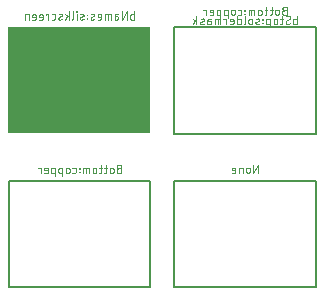
<source format=gbr>
G04 EAGLE Gerber RS-274X export*
G75*
%MOMM*%
%FSLAX34Y34*%
%LPD*%
%INSilkscreen Bottom*%
%IPPOS*%
%AMOC8*
5,1,8,0,0,1.08239X$1,22.5*%
G01*
%ADD10R,12.000000X9.000000*%
%ADD11C,0.152400*%
%ADD12C,0.050800*%


D10*
X80000Y265000D03*
D11*
X160000Y180000D02*
X280000Y180000D01*
X280000Y90000D01*
X160000Y90000D01*
X160000Y180000D01*
X160000Y220000D02*
X160000Y310000D01*
X280000Y310000D01*
X280000Y220000D01*
X160000Y220000D01*
X140000Y180000D02*
X20000Y180000D01*
X20000Y90000D01*
X140000Y90000D01*
X140000Y180000D01*
D12*
X126141Y316444D02*
X126141Y323556D01*
X126141Y316444D02*
X124165Y316444D01*
X124099Y316446D01*
X124032Y316451D01*
X123967Y316461D01*
X123901Y316474D01*
X123837Y316490D01*
X123774Y316510D01*
X123712Y316534D01*
X123651Y316561D01*
X123592Y316592D01*
X123535Y316626D01*
X123479Y316663D01*
X123426Y316703D01*
X123375Y316745D01*
X123327Y316791D01*
X123281Y316839D01*
X123239Y316890D01*
X123199Y316943D01*
X123162Y316999D01*
X123128Y317056D01*
X123097Y317115D01*
X123070Y317175D01*
X123047Y317238D01*
X123026Y317301D01*
X123010Y317365D01*
X122997Y317430D01*
X122987Y317496D01*
X122982Y317562D01*
X122980Y317629D01*
X122980Y320000D01*
X122982Y320066D01*
X122987Y320133D01*
X122997Y320198D01*
X123010Y320264D01*
X123026Y320328D01*
X123047Y320391D01*
X123070Y320453D01*
X123097Y320514D01*
X123128Y320573D01*
X123162Y320630D01*
X123199Y320686D01*
X123239Y320739D01*
X123281Y320790D01*
X123327Y320838D01*
X123375Y320884D01*
X123426Y320926D01*
X123479Y320966D01*
X123535Y321003D01*
X123592Y321037D01*
X123651Y321068D01*
X123712Y321095D01*
X123774Y321119D01*
X123837Y321139D01*
X123901Y321155D01*
X123967Y321168D01*
X124032Y321178D01*
X124099Y321183D01*
X124165Y321185D01*
X126141Y321185D01*
X119939Y323556D02*
X119939Y316444D01*
X115988Y316444D02*
X119939Y323556D01*
X115988Y323556D02*
X115988Y316444D01*
X111564Y319210D02*
X109786Y319210D01*
X111564Y319210D02*
X111638Y319208D01*
X111711Y319202D01*
X111784Y319192D01*
X111856Y319179D01*
X111928Y319161D01*
X111998Y319140D01*
X112068Y319115D01*
X112135Y319086D01*
X112202Y319054D01*
X112266Y319019D01*
X112329Y318979D01*
X112389Y318937D01*
X112447Y318892D01*
X112502Y318843D01*
X112555Y318792D01*
X112605Y318738D01*
X112652Y318681D01*
X112696Y318622D01*
X112736Y318561D01*
X112774Y318497D01*
X112808Y318432D01*
X112838Y318365D01*
X112865Y318296D01*
X112888Y318226D01*
X112907Y318155D01*
X112923Y318083D01*
X112935Y318011D01*
X112943Y317937D01*
X112947Y317864D01*
X112947Y317790D01*
X112943Y317717D01*
X112935Y317643D01*
X112923Y317571D01*
X112907Y317499D01*
X112888Y317428D01*
X112865Y317358D01*
X112838Y317289D01*
X112808Y317222D01*
X112774Y317157D01*
X112736Y317093D01*
X112696Y317032D01*
X112652Y316973D01*
X112605Y316916D01*
X112555Y316862D01*
X112502Y316811D01*
X112447Y316762D01*
X112389Y316717D01*
X112329Y316675D01*
X112266Y316635D01*
X112202Y316600D01*
X112135Y316568D01*
X112068Y316539D01*
X111998Y316514D01*
X111928Y316493D01*
X111856Y316475D01*
X111784Y316462D01*
X111711Y316452D01*
X111638Y316446D01*
X111564Y316444D01*
X109786Y316444D01*
X109786Y320000D01*
X109788Y320066D01*
X109793Y320133D01*
X109803Y320198D01*
X109816Y320264D01*
X109832Y320328D01*
X109853Y320391D01*
X109876Y320453D01*
X109903Y320514D01*
X109934Y320573D01*
X109968Y320630D01*
X110005Y320686D01*
X110045Y320739D01*
X110087Y320790D01*
X110133Y320838D01*
X110181Y320884D01*
X110232Y320926D01*
X110285Y320966D01*
X110341Y321003D01*
X110398Y321037D01*
X110457Y321068D01*
X110518Y321095D01*
X110580Y321119D01*
X110643Y321139D01*
X110707Y321155D01*
X110773Y321168D01*
X110838Y321178D01*
X110905Y321183D01*
X110971Y321185D01*
X112552Y321185D01*
X106390Y321185D02*
X106390Y316444D01*
X106390Y321185D02*
X102834Y321185D01*
X102768Y321183D01*
X102701Y321178D01*
X102636Y321168D01*
X102570Y321155D01*
X102506Y321139D01*
X102443Y321119D01*
X102381Y321095D01*
X102320Y321068D01*
X102261Y321037D01*
X102204Y321003D01*
X102148Y320966D01*
X102095Y320926D01*
X102044Y320884D01*
X101996Y320838D01*
X101950Y320790D01*
X101908Y320739D01*
X101868Y320686D01*
X101831Y320630D01*
X101797Y320573D01*
X101766Y320514D01*
X101739Y320453D01*
X101715Y320391D01*
X101695Y320328D01*
X101679Y320264D01*
X101666Y320198D01*
X101656Y320133D01*
X101651Y320066D01*
X101649Y320000D01*
X101648Y320000D02*
X101648Y316444D01*
X104019Y316444D02*
X104019Y321185D01*
X97328Y316444D02*
X95352Y316444D01*
X97328Y316444D02*
X97394Y316446D01*
X97461Y316451D01*
X97526Y316461D01*
X97592Y316474D01*
X97656Y316490D01*
X97719Y316510D01*
X97781Y316534D01*
X97842Y316561D01*
X97901Y316592D01*
X97958Y316626D01*
X98014Y316663D01*
X98067Y316703D01*
X98118Y316745D01*
X98166Y316791D01*
X98212Y316839D01*
X98254Y316890D01*
X98294Y316943D01*
X98331Y316999D01*
X98365Y317056D01*
X98396Y317115D01*
X98423Y317176D01*
X98447Y317238D01*
X98467Y317301D01*
X98483Y317365D01*
X98496Y317431D01*
X98506Y317496D01*
X98511Y317563D01*
X98513Y317629D01*
X98513Y319605D01*
X98512Y319605D02*
X98510Y319684D01*
X98504Y319762D01*
X98494Y319840D01*
X98481Y319918D01*
X98463Y319995D01*
X98442Y320071D01*
X98417Y320145D01*
X98388Y320219D01*
X98356Y320291D01*
X98320Y320361D01*
X98280Y320429D01*
X98237Y320495D01*
X98191Y320559D01*
X98142Y320621D01*
X98090Y320680D01*
X98035Y320736D01*
X97977Y320790D01*
X97917Y320840D01*
X97854Y320888D01*
X97789Y320932D01*
X97722Y320973D01*
X97653Y321011D01*
X97582Y321045D01*
X97509Y321076D01*
X97435Y321103D01*
X97360Y321126D01*
X97284Y321145D01*
X97206Y321161D01*
X97128Y321173D01*
X97050Y321181D01*
X96971Y321185D01*
X96893Y321185D01*
X96814Y321181D01*
X96736Y321173D01*
X96658Y321161D01*
X96580Y321145D01*
X96504Y321126D01*
X96429Y321103D01*
X96355Y321076D01*
X96282Y321045D01*
X96211Y321011D01*
X96142Y320973D01*
X96075Y320932D01*
X96010Y320888D01*
X95947Y320840D01*
X95887Y320790D01*
X95829Y320736D01*
X95774Y320680D01*
X95722Y320621D01*
X95673Y320559D01*
X95627Y320495D01*
X95584Y320429D01*
X95544Y320361D01*
X95508Y320291D01*
X95476Y320219D01*
X95447Y320145D01*
X95422Y320071D01*
X95401Y319995D01*
X95383Y319918D01*
X95370Y319840D01*
X95360Y319762D01*
X95354Y319684D01*
X95352Y319605D01*
X95352Y318815D01*
X98513Y318815D01*
X91977Y319210D02*
X90001Y318420D01*
X91976Y319210D02*
X92034Y319235D01*
X92090Y319264D01*
X92145Y319296D01*
X92197Y319332D01*
X92247Y319371D01*
X92294Y319412D01*
X92339Y319457D01*
X92381Y319504D01*
X92420Y319553D01*
X92456Y319605D01*
X92489Y319659D01*
X92518Y319715D01*
X92544Y319773D01*
X92566Y319832D01*
X92584Y319893D01*
X92599Y319954D01*
X92610Y320016D01*
X92617Y320079D01*
X92620Y320142D01*
X92619Y320205D01*
X92614Y320268D01*
X92606Y320331D01*
X92593Y320393D01*
X92577Y320454D01*
X92557Y320514D01*
X92534Y320572D01*
X92507Y320629D01*
X92476Y320684D01*
X92442Y320738D01*
X92405Y320789D01*
X92365Y320837D01*
X92322Y320884D01*
X92276Y320927D01*
X92227Y320967D01*
X92176Y321005D01*
X92123Y321039D01*
X92068Y321070D01*
X92011Y321097D01*
X91953Y321121D01*
X91893Y321141D01*
X91832Y321157D01*
X91770Y321170D01*
X91707Y321179D01*
X91645Y321184D01*
X91581Y321185D01*
X91582Y321186D02*
X91451Y321182D01*
X91320Y321174D01*
X91190Y321163D01*
X91060Y321148D01*
X90930Y321128D01*
X90801Y321106D01*
X90673Y321079D01*
X90545Y321049D01*
X90419Y321015D01*
X90293Y320977D01*
X90169Y320936D01*
X90046Y320891D01*
X89924Y320842D01*
X89804Y320790D01*
X90002Y318419D02*
X89944Y318394D01*
X89888Y318365D01*
X89833Y318333D01*
X89781Y318297D01*
X89731Y318258D01*
X89684Y318217D01*
X89639Y318172D01*
X89597Y318125D01*
X89558Y318076D01*
X89522Y318024D01*
X89489Y317970D01*
X89460Y317914D01*
X89434Y317856D01*
X89412Y317797D01*
X89394Y317736D01*
X89379Y317675D01*
X89368Y317613D01*
X89361Y317550D01*
X89358Y317487D01*
X89359Y317424D01*
X89364Y317361D01*
X89372Y317298D01*
X89385Y317236D01*
X89401Y317175D01*
X89421Y317115D01*
X89444Y317057D01*
X89471Y317000D01*
X89502Y316945D01*
X89536Y316891D01*
X89573Y316840D01*
X89613Y316792D01*
X89656Y316745D01*
X89702Y316702D01*
X89751Y316662D01*
X89802Y316624D01*
X89855Y316590D01*
X89910Y316559D01*
X89967Y316532D01*
X90025Y316508D01*
X90085Y316488D01*
X90146Y316472D01*
X90208Y316459D01*
X90271Y316450D01*
X90333Y316445D01*
X90397Y316444D01*
X90555Y316448D01*
X90713Y316456D01*
X90871Y316467D01*
X91029Y316483D01*
X91187Y316502D01*
X91343Y316525D01*
X91500Y316551D01*
X91655Y316581D01*
X91810Y316615D01*
X91964Y316653D01*
X92117Y316694D01*
X92269Y316739D01*
X92420Y316787D01*
X92570Y316839D01*
X86614Y317037D02*
X86614Y317432D01*
X86219Y317432D01*
X86219Y317037D01*
X86614Y317037D01*
X86614Y320198D02*
X86614Y320593D01*
X86219Y320593D01*
X86219Y320198D01*
X86614Y320198D01*
X82833Y319210D02*
X80857Y318420D01*
X82832Y319210D02*
X82890Y319235D01*
X82946Y319264D01*
X83001Y319296D01*
X83053Y319332D01*
X83103Y319371D01*
X83150Y319412D01*
X83195Y319457D01*
X83237Y319504D01*
X83276Y319553D01*
X83312Y319605D01*
X83345Y319659D01*
X83374Y319715D01*
X83400Y319773D01*
X83422Y319832D01*
X83440Y319893D01*
X83455Y319954D01*
X83466Y320016D01*
X83473Y320079D01*
X83476Y320142D01*
X83475Y320205D01*
X83470Y320268D01*
X83462Y320331D01*
X83449Y320393D01*
X83433Y320454D01*
X83413Y320514D01*
X83390Y320572D01*
X83363Y320629D01*
X83332Y320684D01*
X83298Y320738D01*
X83261Y320789D01*
X83221Y320837D01*
X83178Y320884D01*
X83132Y320927D01*
X83083Y320967D01*
X83032Y321005D01*
X82979Y321039D01*
X82924Y321070D01*
X82867Y321097D01*
X82809Y321121D01*
X82749Y321141D01*
X82688Y321157D01*
X82626Y321170D01*
X82563Y321179D01*
X82501Y321184D01*
X82437Y321185D01*
X82438Y321186D02*
X82307Y321182D01*
X82176Y321174D01*
X82046Y321163D01*
X81916Y321148D01*
X81786Y321128D01*
X81657Y321106D01*
X81529Y321079D01*
X81401Y321049D01*
X81275Y321015D01*
X81149Y320977D01*
X81025Y320936D01*
X80902Y320891D01*
X80780Y320842D01*
X80660Y320790D01*
X80858Y318419D02*
X80800Y318394D01*
X80744Y318365D01*
X80689Y318333D01*
X80637Y318297D01*
X80587Y318258D01*
X80540Y318217D01*
X80495Y318172D01*
X80453Y318125D01*
X80414Y318076D01*
X80378Y318024D01*
X80345Y317970D01*
X80316Y317914D01*
X80290Y317856D01*
X80268Y317797D01*
X80250Y317736D01*
X80235Y317675D01*
X80224Y317613D01*
X80217Y317550D01*
X80214Y317487D01*
X80215Y317424D01*
X80220Y317361D01*
X80228Y317298D01*
X80241Y317236D01*
X80257Y317175D01*
X80277Y317115D01*
X80300Y317057D01*
X80327Y317000D01*
X80358Y316945D01*
X80392Y316891D01*
X80429Y316840D01*
X80469Y316792D01*
X80512Y316745D01*
X80558Y316702D01*
X80607Y316662D01*
X80658Y316624D01*
X80711Y316590D01*
X80766Y316559D01*
X80823Y316532D01*
X80881Y316508D01*
X80941Y316488D01*
X81002Y316472D01*
X81064Y316459D01*
X81127Y316450D01*
X81189Y316445D01*
X81253Y316444D01*
X81411Y316448D01*
X81569Y316456D01*
X81727Y316467D01*
X81885Y316483D01*
X82043Y316502D01*
X82199Y316525D01*
X82356Y316551D01*
X82511Y316581D01*
X82666Y316615D01*
X82820Y316653D01*
X82973Y316694D01*
X83125Y316739D01*
X83276Y316787D01*
X83426Y316839D01*
X77502Y316444D02*
X77502Y321185D01*
X77699Y323161D02*
X77699Y323556D01*
X77304Y323556D01*
X77304Y323161D01*
X77699Y323161D01*
X74637Y323556D02*
X74637Y317629D01*
X74635Y317563D01*
X74630Y317496D01*
X74620Y317431D01*
X74607Y317365D01*
X74591Y317301D01*
X74571Y317238D01*
X74547Y317176D01*
X74520Y317115D01*
X74489Y317056D01*
X74455Y316999D01*
X74418Y316943D01*
X74378Y316890D01*
X74336Y316839D01*
X74290Y316791D01*
X74242Y316745D01*
X74191Y316703D01*
X74138Y316663D01*
X74082Y316626D01*
X74025Y316592D01*
X73966Y316561D01*
X73905Y316534D01*
X73843Y316510D01*
X73780Y316490D01*
X73716Y316474D01*
X73650Y316461D01*
X73585Y316451D01*
X73518Y316446D01*
X73452Y316444D01*
X70778Y316444D02*
X70778Y323556D01*
X67617Y321185D02*
X70778Y318815D01*
X69395Y319802D02*
X67617Y316444D01*
X64545Y319210D02*
X62569Y318420D01*
X64544Y319210D02*
X64602Y319235D01*
X64658Y319264D01*
X64713Y319296D01*
X64765Y319332D01*
X64815Y319371D01*
X64862Y319412D01*
X64907Y319457D01*
X64949Y319504D01*
X64988Y319553D01*
X65024Y319605D01*
X65057Y319659D01*
X65086Y319715D01*
X65112Y319773D01*
X65134Y319832D01*
X65152Y319893D01*
X65167Y319954D01*
X65178Y320016D01*
X65185Y320079D01*
X65188Y320142D01*
X65187Y320205D01*
X65182Y320268D01*
X65174Y320331D01*
X65161Y320393D01*
X65145Y320454D01*
X65125Y320514D01*
X65102Y320572D01*
X65075Y320629D01*
X65044Y320684D01*
X65010Y320738D01*
X64973Y320789D01*
X64933Y320837D01*
X64890Y320884D01*
X64844Y320927D01*
X64795Y320967D01*
X64744Y321005D01*
X64691Y321039D01*
X64636Y321070D01*
X64579Y321097D01*
X64521Y321121D01*
X64461Y321141D01*
X64400Y321157D01*
X64338Y321170D01*
X64275Y321179D01*
X64213Y321184D01*
X64149Y321185D01*
X64150Y321186D02*
X64019Y321182D01*
X63888Y321174D01*
X63758Y321163D01*
X63628Y321148D01*
X63498Y321128D01*
X63369Y321106D01*
X63241Y321079D01*
X63113Y321049D01*
X62987Y321015D01*
X62861Y320977D01*
X62737Y320936D01*
X62614Y320891D01*
X62492Y320842D01*
X62372Y320790D01*
X62570Y318419D02*
X62512Y318394D01*
X62456Y318365D01*
X62401Y318333D01*
X62349Y318297D01*
X62299Y318258D01*
X62252Y318217D01*
X62207Y318172D01*
X62165Y318125D01*
X62126Y318076D01*
X62090Y318024D01*
X62057Y317970D01*
X62028Y317914D01*
X62002Y317856D01*
X61980Y317797D01*
X61962Y317736D01*
X61947Y317675D01*
X61936Y317613D01*
X61929Y317550D01*
X61926Y317487D01*
X61927Y317424D01*
X61932Y317361D01*
X61940Y317298D01*
X61953Y317236D01*
X61969Y317175D01*
X61989Y317115D01*
X62012Y317057D01*
X62039Y317000D01*
X62070Y316945D01*
X62104Y316891D01*
X62141Y316840D01*
X62181Y316792D01*
X62224Y316745D01*
X62270Y316702D01*
X62319Y316662D01*
X62370Y316624D01*
X62423Y316590D01*
X62478Y316559D01*
X62535Y316532D01*
X62593Y316508D01*
X62653Y316488D01*
X62714Y316472D01*
X62776Y316459D01*
X62839Y316450D01*
X62901Y316445D01*
X62965Y316444D01*
X63123Y316448D01*
X63281Y316456D01*
X63439Y316467D01*
X63597Y316483D01*
X63755Y316502D01*
X63911Y316525D01*
X64068Y316551D01*
X64223Y316581D01*
X64378Y316615D01*
X64532Y316653D01*
X64685Y316694D01*
X64837Y316739D01*
X64988Y316787D01*
X65138Y316839D01*
X58001Y316444D02*
X56421Y316444D01*
X58001Y316444D02*
X58067Y316446D01*
X58134Y316451D01*
X58199Y316461D01*
X58265Y316474D01*
X58329Y316490D01*
X58392Y316510D01*
X58454Y316534D01*
X58515Y316561D01*
X58574Y316592D01*
X58631Y316626D01*
X58687Y316663D01*
X58740Y316703D01*
X58791Y316745D01*
X58839Y316791D01*
X58885Y316839D01*
X58927Y316890D01*
X58967Y316943D01*
X59004Y316999D01*
X59038Y317056D01*
X59069Y317115D01*
X59096Y317176D01*
X59120Y317238D01*
X59140Y317301D01*
X59156Y317365D01*
X59169Y317431D01*
X59179Y317496D01*
X59184Y317563D01*
X59186Y317629D01*
X59187Y317629D02*
X59187Y320000D01*
X59186Y320000D02*
X59184Y320066D01*
X59179Y320133D01*
X59169Y320198D01*
X59156Y320264D01*
X59140Y320328D01*
X59120Y320391D01*
X59096Y320453D01*
X59069Y320514D01*
X59038Y320573D01*
X59004Y320630D01*
X58967Y320686D01*
X58927Y320739D01*
X58885Y320790D01*
X58839Y320838D01*
X58791Y320884D01*
X58740Y320926D01*
X58687Y320966D01*
X58631Y321003D01*
X58574Y321037D01*
X58515Y321068D01*
X58454Y321095D01*
X58392Y321119D01*
X58329Y321139D01*
X58265Y321155D01*
X58199Y321168D01*
X58134Y321178D01*
X58067Y321183D01*
X58001Y321185D01*
X56421Y321185D01*
X53671Y321185D02*
X53671Y316444D01*
X53671Y321185D02*
X51300Y321185D01*
X51300Y320395D01*
X47950Y316444D02*
X45975Y316444D01*
X47950Y316444D02*
X48016Y316446D01*
X48083Y316451D01*
X48148Y316461D01*
X48214Y316474D01*
X48278Y316490D01*
X48341Y316510D01*
X48403Y316534D01*
X48464Y316561D01*
X48523Y316592D01*
X48580Y316626D01*
X48636Y316663D01*
X48689Y316703D01*
X48740Y316745D01*
X48788Y316791D01*
X48834Y316839D01*
X48876Y316890D01*
X48916Y316943D01*
X48953Y316999D01*
X48987Y317056D01*
X49018Y317115D01*
X49045Y317176D01*
X49069Y317238D01*
X49089Y317301D01*
X49105Y317365D01*
X49118Y317431D01*
X49128Y317496D01*
X49133Y317563D01*
X49135Y317629D01*
X49136Y317629D02*
X49136Y319605D01*
X49135Y319605D02*
X49133Y319684D01*
X49127Y319762D01*
X49117Y319840D01*
X49104Y319918D01*
X49086Y319995D01*
X49065Y320071D01*
X49040Y320145D01*
X49011Y320219D01*
X48979Y320291D01*
X48943Y320361D01*
X48903Y320429D01*
X48860Y320495D01*
X48814Y320559D01*
X48765Y320621D01*
X48713Y320680D01*
X48658Y320736D01*
X48600Y320790D01*
X48540Y320840D01*
X48477Y320888D01*
X48412Y320932D01*
X48345Y320973D01*
X48276Y321011D01*
X48205Y321045D01*
X48132Y321076D01*
X48058Y321103D01*
X47983Y321126D01*
X47907Y321145D01*
X47829Y321161D01*
X47751Y321173D01*
X47673Y321181D01*
X47594Y321185D01*
X47516Y321185D01*
X47437Y321181D01*
X47359Y321173D01*
X47281Y321161D01*
X47203Y321145D01*
X47127Y321126D01*
X47052Y321103D01*
X46978Y321076D01*
X46905Y321045D01*
X46834Y321011D01*
X46765Y320973D01*
X46698Y320932D01*
X46633Y320888D01*
X46570Y320840D01*
X46510Y320790D01*
X46452Y320736D01*
X46397Y320680D01*
X46345Y320621D01*
X46296Y320559D01*
X46250Y320495D01*
X46207Y320429D01*
X46167Y320361D01*
X46131Y320291D01*
X46099Y320219D01*
X46070Y320145D01*
X46045Y320071D01*
X46024Y319995D01*
X46006Y319918D01*
X45993Y319840D01*
X45983Y319762D01*
X45977Y319684D01*
X45975Y319605D01*
X45975Y318815D01*
X49136Y318815D01*
X42007Y316444D02*
X40031Y316444D01*
X42007Y316444D02*
X42073Y316446D01*
X42140Y316451D01*
X42205Y316461D01*
X42271Y316474D01*
X42335Y316490D01*
X42398Y316510D01*
X42460Y316534D01*
X42521Y316561D01*
X42580Y316592D01*
X42637Y316626D01*
X42693Y316663D01*
X42746Y316703D01*
X42797Y316745D01*
X42845Y316791D01*
X42891Y316839D01*
X42933Y316890D01*
X42973Y316943D01*
X43010Y316999D01*
X43044Y317056D01*
X43075Y317115D01*
X43102Y317176D01*
X43126Y317238D01*
X43146Y317301D01*
X43162Y317365D01*
X43175Y317431D01*
X43185Y317496D01*
X43190Y317563D01*
X43192Y317629D01*
X43192Y319605D01*
X43190Y319684D01*
X43184Y319762D01*
X43174Y319840D01*
X43161Y319918D01*
X43143Y319995D01*
X43122Y320071D01*
X43097Y320145D01*
X43068Y320219D01*
X43036Y320291D01*
X43000Y320361D01*
X42960Y320429D01*
X42917Y320495D01*
X42871Y320559D01*
X42822Y320621D01*
X42770Y320680D01*
X42715Y320736D01*
X42657Y320790D01*
X42597Y320840D01*
X42534Y320888D01*
X42469Y320932D01*
X42402Y320973D01*
X42333Y321011D01*
X42262Y321045D01*
X42189Y321076D01*
X42115Y321103D01*
X42040Y321126D01*
X41964Y321145D01*
X41886Y321161D01*
X41808Y321173D01*
X41730Y321181D01*
X41651Y321185D01*
X41573Y321185D01*
X41494Y321181D01*
X41416Y321173D01*
X41338Y321161D01*
X41260Y321145D01*
X41184Y321126D01*
X41109Y321103D01*
X41035Y321076D01*
X40962Y321045D01*
X40891Y321011D01*
X40822Y320973D01*
X40755Y320932D01*
X40690Y320888D01*
X40627Y320840D01*
X40567Y320790D01*
X40509Y320736D01*
X40454Y320680D01*
X40402Y320621D01*
X40353Y320559D01*
X40307Y320495D01*
X40264Y320429D01*
X40224Y320361D01*
X40188Y320291D01*
X40156Y320219D01*
X40127Y320145D01*
X40102Y320071D01*
X40081Y319995D01*
X40063Y319918D01*
X40050Y319840D01*
X40040Y319762D01*
X40034Y319684D01*
X40032Y319605D01*
X40031Y319605D02*
X40031Y318815D01*
X43192Y318815D01*
X37020Y316444D02*
X37020Y321185D01*
X35044Y321185D01*
X34978Y321183D01*
X34911Y321178D01*
X34846Y321168D01*
X34780Y321155D01*
X34716Y321139D01*
X34653Y321119D01*
X34591Y321095D01*
X34530Y321068D01*
X34471Y321037D01*
X34414Y321003D01*
X34358Y320966D01*
X34305Y320926D01*
X34254Y320884D01*
X34206Y320838D01*
X34160Y320790D01*
X34118Y320739D01*
X34078Y320686D01*
X34041Y320630D01*
X34007Y320573D01*
X33976Y320514D01*
X33949Y320454D01*
X33926Y320391D01*
X33905Y320328D01*
X33889Y320264D01*
X33876Y320199D01*
X33866Y320133D01*
X33861Y320067D01*
X33859Y320000D01*
X33859Y316444D01*
X113326Y190395D02*
X115301Y190395D01*
X113326Y190396D02*
X113239Y190394D01*
X113151Y190388D01*
X113064Y190379D01*
X112978Y190365D01*
X112892Y190348D01*
X112808Y190327D01*
X112724Y190302D01*
X112641Y190273D01*
X112560Y190241D01*
X112480Y190206D01*
X112402Y190167D01*
X112325Y190124D01*
X112251Y190078D01*
X112179Y190029D01*
X112109Y189977D01*
X112041Y189921D01*
X111976Y189863D01*
X111913Y189802D01*
X111854Y189738D01*
X111797Y189671D01*
X111743Y189603D01*
X111692Y189531D01*
X111645Y189458D01*
X111600Y189383D01*
X111559Y189305D01*
X111522Y189226D01*
X111488Y189146D01*
X111458Y189064D01*
X111431Y188981D01*
X111408Y188896D01*
X111389Y188811D01*
X111374Y188725D01*
X111362Y188638D01*
X111354Y188551D01*
X111350Y188464D01*
X111350Y188376D01*
X111354Y188289D01*
X111362Y188202D01*
X111374Y188115D01*
X111389Y188029D01*
X111408Y187944D01*
X111431Y187859D01*
X111458Y187776D01*
X111488Y187694D01*
X111522Y187614D01*
X111559Y187535D01*
X111600Y187457D01*
X111645Y187382D01*
X111692Y187309D01*
X111743Y187237D01*
X111797Y187169D01*
X111854Y187102D01*
X111913Y187038D01*
X111976Y186977D01*
X112041Y186919D01*
X112109Y186863D01*
X112179Y186811D01*
X112251Y186762D01*
X112325Y186716D01*
X112402Y186673D01*
X112480Y186634D01*
X112560Y186599D01*
X112641Y186567D01*
X112724Y186538D01*
X112808Y186513D01*
X112892Y186492D01*
X112978Y186475D01*
X113064Y186461D01*
X113151Y186452D01*
X113239Y186446D01*
X113326Y186444D01*
X115301Y186444D01*
X115301Y193556D01*
X113326Y193556D01*
X113247Y193554D01*
X113169Y193548D01*
X113091Y193538D01*
X113013Y193525D01*
X112936Y193507D01*
X112860Y193486D01*
X112786Y193461D01*
X112712Y193432D01*
X112640Y193400D01*
X112570Y193364D01*
X112502Y193324D01*
X112436Y193281D01*
X112372Y193235D01*
X112310Y193186D01*
X112251Y193134D01*
X112195Y193079D01*
X112141Y193021D01*
X112091Y192961D01*
X112043Y192898D01*
X111999Y192833D01*
X111958Y192766D01*
X111920Y192697D01*
X111886Y192626D01*
X111855Y192553D01*
X111828Y192479D01*
X111805Y192404D01*
X111786Y192328D01*
X111770Y192250D01*
X111758Y192172D01*
X111750Y192094D01*
X111746Y192015D01*
X111746Y191937D01*
X111750Y191858D01*
X111758Y191780D01*
X111770Y191702D01*
X111786Y191624D01*
X111805Y191548D01*
X111828Y191473D01*
X111855Y191399D01*
X111886Y191326D01*
X111920Y191255D01*
X111958Y191186D01*
X111999Y191119D01*
X112043Y191054D01*
X112091Y190991D01*
X112141Y190931D01*
X112195Y190873D01*
X112251Y190818D01*
X112310Y190766D01*
X112372Y190717D01*
X112436Y190671D01*
X112502Y190628D01*
X112570Y190588D01*
X112640Y190552D01*
X112712Y190520D01*
X112786Y190491D01*
X112860Y190466D01*
X112936Y190445D01*
X113013Y190427D01*
X113091Y190414D01*
X113169Y190404D01*
X113247Y190398D01*
X113326Y190396D01*
X108827Y189605D02*
X108827Y188024D01*
X108827Y189605D02*
X108825Y189684D01*
X108819Y189762D01*
X108809Y189840D01*
X108796Y189918D01*
X108778Y189995D01*
X108757Y190071D01*
X108732Y190145D01*
X108703Y190219D01*
X108671Y190291D01*
X108635Y190361D01*
X108595Y190429D01*
X108552Y190495D01*
X108506Y190559D01*
X108457Y190621D01*
X108405Y190680D01*
X108350Y190736D01*
X108292Y190790D01*
X108232Y190840D01*
X108169Y190888D01*
X108104Y190932D01*
X108037Y190973D01*
X107968Y191011D01*
X107897Y191045D01*
X107824Y191076D01*
X107750Y191103D01*
X107675Y191126D01*
X107599Y191145D01*
X107521Y191161D01*
X107443Y191173D01*
X107365Y191181D01*
X107286Y191185D01*
X107208Y191185D01*
X107129Y191181D01*
X107051Y191173D01*
X106973Y191161D01*
X106895Y191145D01*
X106819Y191126D01*
X106744Y191103D01*
X106670Y191076D01*
X106597Y191045D01*
X106526Y191011D01*
X106457Y190973D01*
X106390Y190932D01*
X106325Y190888D01*
X106262Y190840D01*
X106202Y190790D01*
X106144Y190736D01*
X106089Y190680D01*
X106037Y190621D01*
X105988Y190559D01*
X105942Y190495D01*
X105899Y190429D01*
X105859Y190361D01*
X105823Y190291D01*
X105791Y190219D01*
X105762Y190145D01*
X105737Y190071D01*
X105716Y189995D01*
X105698Y189918D01*
X105685Y189840D01*
X105675Y189762D01*
X105669Y189684D01*
X105667Y189605D01*
X105666Y189605D02*
X105666Y188024D01*
X105667Y188024D02*
X105669Y187945D01*
X105675Y187867D01*
X105685Y187789D01*
X105698Y187711D01*
X105716Y187634D01*
X105737Y187558D01*
X105762Y187484D01*
X105791Y187410D01*
X105823Y187338D01*
X105859Y187268D01*
X105899Y187200D01*
X105942Y187134D01*
X105988Y187070D01*
X106037Y187008D01*
X106089Y186949D01*
X106144Y186893D01*
X106202Y186839D01*
X106262Y186789D01*
X106325Y186741D01*
X106390Y186697D01*
X106457Y186656D01*
X106526Y186618D01*
X106597Y186584D01*
X106670Y186553D01*
X106744Y186526D01*
X106819Y186503D01*
X106895Y186484D01*
X106973Y186468D01*
X107051Y186456D01*
X107129Y186448D01*
X107208Y186444D01*
X107286Y186444D01*
X107365Y186448D01*
X107443Y186456D01*
X107521Y186468D01*
X107599Y186484D01*
X107675Y186503D01*
X107750Y186526D01*
X107824Y186553D01*
X107897Y186584D01*
X107968Y186618D01*
X108037Y186656D01*
X108104Y186697D01*
X108169Y186741D01*
X108232Y186789D01*
X108292Y186839D01*
X108350Y186893D01*
X108405Y186949D01*
X108457Y187008D01*
X108506Y187070D01*
X108552Y187134D01*
X108595Y187200D01*
X108635Y187268D01*
X108671Y187338D01*
X108703Y187410D01*
X108732Y187484D01*
X108757Y187558D01*
X108778Y187634D01*
X108796Y187711D01*
X108809Y187789D01*
X108819Y187867D01*
X108825Y187945D01*
X108827Y188024D01*
X103454Y191185D02*
X101083Y191185D01*
X102664Y193556D02*
X102664Y187629D01*
X102663Y187629D02*
X102661Y187563D01*
X102656Y187496D01*
X102646Y187431D01*
X102633Y187365D01*
X102617Y187301D01*
X102597Y187238D01*
X102573Y187176D01*
X102546Y187115D01*
X102515Y187056D01*
X102481Y186999D01*
X102444Y186943D01*
X102404Y186890D01*
X102362Y186839D01*
X102316Y186791D01*
X102268Y186745D01*
X102217Y186703D01*
X102164Y186663D01*
X102108Y186626D01*
X102051Y186592D01*
X101992Y186561D01*
X101931Y186534D01*
X101869Y186510D01*
X101806Y186490D01*
X101742Y186474D01*
X101676Y186461D01*
X101611Y186451D01*
X101544Y186446D01*
X101478Y186444D01*
X101083Y186444D01*
X99110Y191185D02*
X96740Y191185D01*
X98320Y193556D02*
X98320Y187629D01*
X98318Y187563D01*
X98313Y187496D01*
X98303Y187431D01*
X98290Y187365D01*
X98274Y187301D01*
X98254Y187238D01*
X98230Y187176D01*
X98203Y187115D01*
X98172Y187056D01*
X98138Y186999D01*
X98101Y186943D01*
X98061Y186890D01*
X98019Y186839D01*
X97973Y186791D01*
X97925Y186745D01*
X97874Y186703D01*
X97821Y186663D01*
X97765Y186626D01*
X97708Y186592D01*
X97649Y186561D01*
X97588Y186534D01*
X97526Y186510D01*
X97463Y186490D01*
X97399Y186474D01*
X97333Y186461D01*
X97268Y186451D01*
X97201Y186446D01*
X97135Y186444D01*
X96740Y186444D01*
X94197Y188024D02*
X94197Y189605D01*
X94195Y189684D01*
X94189Y189762D01*
X94179Y189840D01*
X94166Y189918D01*
X94148Y189995D01*
X94127Y190071D01*
X94102Y190145D01*
X94073Y190219D01*
X94041Y190291D01*
X94005Y190361D01*
X93965Y190429D01*
X93922Y190495D01*
X93876Y190559D01*
X93827Y190621D01*
X93775Y190680D01*
X93720Y190736D01*
X93662Y190790D01*
X93602Y190840D01*
X93539Y190888D01*
X93474Y190932D01*
X93407Y190973D01*
X93338Y191011D01*
X93267Y191045D01*
X93194Y191076D01*
X93120Y191103D01*
X93045Y191126D01*
X92969Y191145D01*
X92891Y191161D01*
X92813Y191173D01*
X92735Y191181D01*
X92656Y191185D01*
X92578Y191185D01*
X92499Y191181D01*
X92421Y191173D01*
X92343Y191161D01*
X92265Y191145D01*
X92189Y191126D01*
X92114Y191103D01*
X92040Y191076D01*
X91967Y191045D01*
X91896Y191011D01*
X91827Y190973D01*
X91760Y190932D01*
X91695Y190888D01*
X91632Y190840D01*
X91572Y190790D01*
X91514Y190736D01*
X91459Y190680D01*
X91407Y190621D01*
X91358Y190559D01*
X91312Y190495D01*
X91269Y190429D01*
X91229Y190361D01*
X91193Y190291D01*
X91161Y190219D01*
X91132Y190145D01*
X91107Y190071D01*
X91086Y189995D01*
X91068Y189918D01*
X91055Y189840D01*
X91045Y189762D01*
X91039Y189684D01*
X91037Y189605D01*
X91036Y189605D02*
X91036Y188024D01*
X91037Y188024D02*
X91039Y187945D01*
X91045Y187867D01*
X91055Y187789D01*
X91068Y187711D01*
X91086Y187634D01*
X91107Y187558D01*
X91132Y187484D01*
X91161Y187410D01*
X91193Y187338D01*
X91229Y187268D01*
X91269Y187200D01*
X91312Y187134D01*
X91358Y187070D01*
X91407Y187008D01*
X91459Y186949D01*
X91514Y186893D01*
X91572Y186839D01*
X91632Y186789D01*
X91695Y186741D01*
X91760Y186697D01*
X91827Y186656D01*
X91896Y186618D01*
X91967Y186584D01*
X92040Y186553D01*
X92114Y186526D01*
X92189Y186503D01*
X92265Y186484D01*
X92343Y186468D01*
X92421Y186456D01*
X92499Y186448D01*
X92578Y186444D01*
X92656Y186444D01*
X92735Y186448D01*
X92813Y186456D01*
X92891Y186468D01*
X92969Y186484D01*
X93045Y186503D01*
X93120Y186526D01*
X93194Y186553D01*
X93267Y186584D01*
X93338Y186618D01*
X93407Y186656D01*
X93474Y186697D01*
X93539Y186741D01*
X93602Y186789D01*
X93662Y186839D01*
X93720Y186893D01*
X93775Y186949D01*
X93827Y187008D01*
X93876Y187070D01*
X93922Y187134D01*
X93965Y187200D01*
X94005Y187268D01*
X94041Y187338D01*
X94073Y187410D01*
X94102Y187484D01*
X94127Y187558D01*
X94148Y187634D01*
X94166Y187711D01*
X94179Y187789D01*
X94189Y187867D01*
X94195Y187945D01*
X94197Y188024D01*
X87901Y186444D02*
X87901Y191185D01*
X84345Y191185D01*
X84279Y191183D01*
X84212Y191178D01*
X84147Y191168D01*
X84081Y191155D01*
X84017Y191139D01*
X83954Y191119D01*
X83892Y191095D01*
X83831Y191068D01*
X83772Y191037D01*
X83715Y191003D01*
X83659Y190966D01*
X83606Y190926D01*
X83555Y190884D01*
X83507Y190838D01*
X83461Y190790D01*
X83419Y190739D01*
X83379Y190686D01*
X83342Y190630D01*
X83308Y190573D01*
X83277Y190514D01*
X83250Y190453D01*
X83226Y190391D01*
X83206Y190328D01*
X83190Y190264D01*
X83177Y190198D01*
X83167Y190133D01*
X83162Y190066D01*
X83160Y190000D01*
X83159Y190000D02*
X83159Y186444D01*
X85530Y186444D02*
X85530Y191185D01*
X80013Y187432D02*
X80013Y187037D01*
X80013Y187432D02*
X79618Y187432D01*
X79618Y187037D01*
X80013Y187037D01*
X80013Y190198D02*
X80013Y190593D01*
X79618Y190593D01*
X79618Y190198D01*
X80013Y190198D01*
X75631Y186444D02*
X74051Y186444D01*
X75631Y186444D02*
X75697Y186446D01*
X75764Y186451D01*
X75829Y186461D01*
X75895Y186474D01*
X75959Y186490D01*
X76022Y186510D01*
X76084Y186534D01*
X76145Y186561D01*
X76204Y186592D01*
X76261Y186626D01*
X76317Y186663D01*
X76370Y186703D01*
X76421Y186745D01*
X76469Y186791D01*
X76515Y186839D01*
X76557Y186890D01*
X76597Y186943D01*
X76634Y186999D01*
X76668Y187056D01*
X76699Y187115D01*
X76726Y187176D01*
X76750Y187238D01*
X76770Y187301D01*
X76786Y187365D01*
X76799Y187431D01*
X76809Y187496D01*
X76814Y187563D01*
X76816Y187629D01*
X76816Y190000D01*
X76814Y190066D01*
X76809Y190133D01*
X76799Y190198D01*
X76786Y190264D01*
X76770Y190328D01*
X76750Y190391D01*
X76726Y190453D01*
X76699Y190514D01*
X76668Y190573D01*
X76634Y190630D01*
X76597Y190686D01*
X76557Y190739D01*
X76515Y190790D01*
X76469Y190838D01*
X76421Y190884D01*
X76370Y190926D01*
X76317Y190966D01*
X76261Y191003D01*
X76204Y191037D01*
X76145Y191068D01*
X76084Y191095D01*
X76022Y191119D01*
X75959Y191139D01*
X75895Y191155D01*
X75829Y191168D01*
X75764Y191178D01*
X75697Y191183D01*
X75631Y191185D01*
X74051Y191185D01*
X71566Y189605D02*
X71566Y188024D01*
X71565Y189605D02*
X71563Y189684D01*
X71557Y189762D01*
X71547Y189840D01*
X71534Y189918D01*
X71516Y189995D01*
X71495Y190071D01*
X71470Y190145D01*
X71441Y190219D01*
X71409Y190291D01*
X71373Y190361D01*
X71333Y190429D01*
X71290Y190495D01*
X71244Y190559D01*
X71195Y190621D01*
X71143Y190680D01*
X71088Y190736D01*
X71030Y190790D01*
X70970Y190840D01*
X70907Y190888D01*
X70842Y190932D01*
X70775Y190973D01*
X70706Y191011D01*
X70635Y191045D01*
X70562Y191076D01*
X70488Y191103D01*
X70413Y191126D01*
X70337Y191145D01*
X70259Y191161D01*
X70181Y191173D01*
X70103Y191181D01*
X70024Y191185D01*
X69946Y191185D01*
X69867Y191181D01*
X69789Y191173D01*
X69711Y191161D01*
X69633Y191145D01*
X69557Y191126D01*
X69482Y191103D01*
X69408Y191076D01*
X69335Y191045D01*
X69264Y191011D01*
X69195Y190973D01*
X69128Y190932D01*
X69063Y190888D01*
X69000Y190840D01*
X68940Y190790D01*
X68882Y190736D01*
X68827Y190680D01*
X68775Y190621D01*
X68726Y190559D01*
X68680Y190495D01*
X68637Y190429D01*
X68597Y190361D01*
X68561Y190291D01*
X68529Y190219D01*
X68500Y190145D01*
X68475Y190071D01*
X68454Y189995D01*
X68436Y189918D01*
X68423Y189840D01*
X68413Y189762D01*
X68407Y189684D01*
X68405Y189605D01*
X68405Y188024D01*
X68407Y187945D01*
X68413Y187867D01*
X68423Y187789D01*
X68436Y187711D01*
X68454Y187634D01*
X68475Y187558D01*
X68500Y187484D01*
X68529Y187410D01*
X68561Y187338D01*
X68597Y187268D01*
X68637Y187200D01*
X68680Y187134D01*
X68726Y187070D01*
X68775Y187008D01*
X68827Y186949D01*
X68882Y186893D01*
X68940Y186839D01*
X69000Y186789D01*
X69063Y186741D01*
X69128Y186697D01*
X69195Y186656D01*
X69264Y186618D01*
X69335Y186584D01*
X69408Y186553D01*
X69482Y186526D01*
X69557Y186503D01*
X69633Y186484D01*
X69711Y186468D01*
X69789Y186456D01*
X69867Y186448D01*
X69946Y186444D01*
X70024Y186444D01*
X70103Y186448D01*
X70181Y186456D01*
X70259Y186468D01*
X70337Y186484D01*
X70413Y186503D01*
X70488Y186526D01*
X70562Y186553D01*
X70635Y186584D01*
X70706Y186618D01*
X70775Y186656D01*
X70842Y186697D01*
X70907Y186741D01*
X70970Y186789D01*
X71030Y186839D01*
X71088Y186893D01*
X71143Y186949D01*
X71195Y187008D01*
X71244Y187070D01*
X71290Y187134D01*
X71333Y187200D01*
X71373Y187268D01*
X71409Y187338D01*
X71441Y187410D01*
X71470Y187484D01*
X71495Y187558D01*
X71516Y187634D01*
X71534Y187711D01*
X71547Y187789D01*
X71557Y187867D01*
X71563Y187945D01*
X71565Y188024D01*
X65361Y191185D02*
X65361Y184073D01*
X65361Y191185D02*
X63386Y191185D01*
X63320Y191183D01*
X63253Y191178D01*
X63188Y191168D01*
X63122Y191155D01*
X63058Y191139D01*
X62995Y191119D01*
X62933Y191095D01*
X62872Y191068D01*
X62813Y191037D01*
X62756Y191003D01*
X62700Y190966D01*
X62647Y190926D01*
X62596Y190884D01*
X62548Y190838D01*
X62502Y190790D01*
X62460Y190739D01*
X62420Y190686D01*
X62383Y190630D01*
X62349Y190573D01*
X62318Y190514D01*
X62291Y190454D01*
X62268Y190391D01*
X62247Y190328D01*
X62231Y190264D01*
X62218Y190199D01*
X62208Y190133D01*
X62203Y190067D01*
X62201Y190000D01*
X62200Y190000D02*
X62200Y187629D01*
X62201Y187629D02*
X62203Y187563D01*
X62208Y187496D01*
X62218Y187431D01*
X62231Y187365D01*
X62247Y187301D01*
X62268Y187238D01*
X62291Y187176D01*
X62318Y187115D01*
X62349Y187056D01*
X62383Y186999D01*
X62420Y186943D01*
X62460Y186890D01*
X62502Y186839D01*
X62548Y186791D01*
X62596Y186745D01*
X62647Y186703D01*
X62700Y186663D01*
X62756Y186626D01*
X62813Y186592D01*
X62872Y186561D01*
X62933Y186534D01*
X62995Y186510D01*
X63058Y186490D01*
X63122Y186474D01*
X63188Y186461D01*
X63253Y186451D01*
X63320Y186446D01*
X63386Y186444D01*
X65361Y186444D01*
X59189Y184073D02*
X59189Y191185D01*
X57214Y191185D01*
X57148Y191183D01*
X57081Y191178D01*
X57016Y191168D01*
X56950Y191155D01*
X56886Y191139D01*
X56823Y191119D01*
X56761Y191095D01*
X56700Y191068D01*
X56641Y191037D01*
X56584Y191003D01*
X56528Y190966D01*
X56475Y190926D01*
X56424Y190884D01*
X56376Y190838D01*
X56330Y190790D01*
X56288Y190739D01*
X56248Y190686D01*
X56211Y190630D01*
X56177Y190573D01*
X56146Y190514D01*
X56119Y190454D01*
X56096Y190391D01*
X56075Y190328D01*
X56059Y190264D01*
X56046Y190199D01*
X56036Y190133D01*
X56031Y190067D01*
X56029Y190000D01*
X56028Y190000D02*
X56028Y187629D01*
X56029Y187629D02*
X56031Y187563D01*
X56036Y187496D01*
X56046Y187431D01*
X56059Y187365D01*
X56075Y187301D01*
X56096Y187238D01*
X56119Y187176D01*
X56146Y187115D01*
X56177Y187056D01*
X56211Y186999D01*
X56248Y186943D01*
X56288Y186890D01*
X56330Y186839D01*
X56376Y186791D01*
X56424Y186745D01*
X56475Y186703D01*
X56528Y186663D01*
X56584Y186626D01*
X56641Y186592D01*
X56700Y186561D01*
X56761Y186534D01*
X56823Y186510D01*
X56886Y186490D01*
X56950Y186474D01*
X57016Y186461D01*
X57081Y186451D01*
X57148Y186446D01*
X57214Y186444D01*
X59189Y186444D01*
X52093Y186444D02*
X50117Y186444D01*
X52093Y186444D02*
X52159Y186446D01*
X52226Y186451D01*
X52291Y186461D01*
X52357Y186474D01*
X52421Y186490D01*
X52484Y186510D01*
X52546Y186534D01*
X52607Y186561D01*
X52666Y186592D01*
X52723Y186626D01*
X52779Y186663D01*
X52832Y186703D01*
X52883Y186745D01*
X52931Y186791D01*
X52977Y186839D01*
X53019Y186890D01*
X53059Y186943D01*
X53096Y186999D01*
X53130Y187056D01*
X53161Y187115D01*
X53188Y187176D01*
X53212Y187238D01*
X53232Y187301D01*
X53248Y187365D01*
X53261Y187431D01*
X53271Y187496D01*
X53276Y187563D01*
X53278Y187629D01*
X53278Y189605D01*
X53276Y189684D01*
X53270Y189762D01*
X53260Y189840D01*
X53247Y189918D01*
X53229Y189995D01*
X53208Y190071D01*
X53183Y190145D01*
X53154Y190219D01*
X53122Y190291D01*
X53086Y190361D01*
X53046Y190429D01*
X53003Y190495D01*
X52957Y190559D01*
X52908Y190621D01*
X52856Y190680D01*
X52801Y190736D01*
X52743Y190790D01*
X52683Y190840D01*
X52620Y190888D01*
X52555Y190932D01*
X52488Y190973D01*
X52419Y191011D01*
X52348Y191045D01*
X52275Y191076D01*
X52201Y191103D01*
X52126Y191126D01*
X52050Y191145D01*
X51972Y191161D01*
X51894Y191173D01*
X51816Y191181D01*
X51737Y191185D01*
X51659Y191185D01*
X51580Y191181D01*
X51502Y191173D01*
X51424Y191161D01*
X51346Y191145D01*
X51270Y191126D01*
X51195Y191103D01*
X51121Y191076D01*
X51048Y191045D01*
X50977Y191011D01*
X50908Y190973D01*
X50841Y190932D01*
X50776Y190888D01*
X50713Y190840D01*
X50653Y190790D01*
X50595Y190736D01*
X50540Y190680D01*
X50488Y190621D01*
X50439Y190559D01*
X50393Y190495D01*
X50350Y190429D01*
X50310Y190361D01*
X50274Y190291D01*
X50242Y190219D01*
X50213Y190145D01*
X50188Y190071D01*
X50167Y189995D01*
X50149Y189918D01*
X50136Y189840D01*
X50126Y189762D01*
X50120Y189684D01*
X50118Y189605D01*
X50117Y189605D02*
X50117Y188815D01*
X53278Y188815D01*
X47069Y191185D02*
X47069Y186444D01*
X47069Y191185D02*
X44699Y191185D01*
X44699Y190395D01*
X253326Y324205D02*
X255301Y324205D01*
X253326Y324206D02*
X253239Y324204D01*
X253151Y324198D01*
X253064Y324189D01*
X252978Y324175D01*
X252892Y324158D01*
X252808Y324137D01*
X252724Y324112D01*
X252641Y324083D01*
X252560Y324051D01*
X252480Y324016D01*
X252402Y323977D01*
X252325Y323934D01*
X252251Y323888D01*
X252179Y323839D01*
X252109Y323787D01*
X252041Y323731D01*
X251976Y323673D01*
X251913Y323612D01*
X251854Y323548D01*
X251797Y323481D01*
X251743Y323413D01*
X251692Y323341D01*
X251645Y323268D01*
X251600Y323193D01*
X251559Y323115D01*
X251522Y323036D01*
X251488Y322956D01*
X251458Y322874D01*
X251431Y322791D01*
X251408Y322706D01*
X251389Y322621D01*
X251374Y322535D01*
X251362Y322448D01*
X251354Y322361D01*
X251350Y322274D01*
X251350Y322186D01*
X251354Y322099D01*
X251362Y322012D01*
X251374Y321925D01*
X251389Y321839D01*
X251408Y321754D01*
X251431Y321669D01*
X251458Y321586D01*
X251488Y321504D01*
X251522Y321424D01*
X251559Y321345D01*
X251600Y321267D01*
X251645Y321192D01*
X251692Y321119D01*
X251743Y321047D01*
X251797Y320979D01*
X251854Y320912D01*
X251913Y320848D01*
X251976Y320787D01*
X252041Y320729D01*
X252109Y320673D01*
X252179Y320621D01*
X252251Y320572D01*
X252325Y320526D01*
X252402Y320483D01*
X252480Y320444D01*
X252560Y320409D01*
X252641Y320377D01*
X252724Y320348D01*
X252808Y320323D01*
X252892Y320302D01*
X252978Y320285D01*
X253064Y320271D01*
X253151Y320262D01*
X253239Y320256D01*
X253326Y320254D01*
X255301Y320254D01*
X255301Y327366D01*
X253326Y327366D01*
X253247Y327364D01*
X253169Y327358D01*
X253091Y327348D01*
X253013Y327335D01*
X252936Y327317D01*
X252860Y327296D01*
X252786Y327271D01*
X252712Y327242D01*
X252640Y327210D01*
X252570Y327174D01*
X252502Y327134D01*
X252436Y327091D01*
X252372Y327045D01*
X252310Y326996D01*
X252251Y326944D01*
X252195Y326889D01*
X252141Y326831D01*
X252091Y326771D01*
X252043Y326708D01*
X251999Y326643D01*
X251958Y326576D01*
X251920Y326507D01*
X251886Y326436D01*
X251855Y326363D01*
X251828Y326289D01*
X251805Y326214D01*
X251786Y326138D01*
X251770Y326060D01*
X251758Y325982D01*
X251750Y325904D01*
X251746Y325825D01*
X251746Y325747D01*
X251750Y325668D01*
X251758Y325590D01*
X251770Y325512D01*
X251786Y325434D01*
X251805Y325358D01*
X251828Y325283D01*
X251855Y325209D01*
X251886Y325136D01*
X251920Y325065D01*
X251958Y324996D01*
X251999Y324929D01*
X252043Y324864D01*
X252091Y324801D01*
X252141Y324741D01*
X252195Y324683D01*
X252251Y324628D01*
X252310Y324576D01*
X252372Y324527D01*
X252436Y324481D01*
X252502Y324438D01*
X252570Y324398D01*
X252640Y324362D01*
X252712Y324330D01*
X252786Y324301D01*
X252860Y324276D01*
X252936Y324255D01*
X253013Y324237D01*
X253091Y324224D01*
X253169Y324214D01*
X253247Y324208D01*
X253326Y324206D01*
X248827Y323415D02*
X248827Y321834D01*
X248827Y323415D02*
X248825Y323494D01*
X248819Y323572D01*
X248809Y323650D01*
X248796Y323728D01*
X248778Y323805D01*
X248757Y323881D01*
X248732Y323955D01*
X248703Y324029D01*
X248671Y324101D01*
X248635Y324171D01*
X248595Y324239D01*
X248552Y324305D01*
X248506Y324369D01*
X248457Y324431D01*
X248405Y324490D01*
X248350Y324546D01*
X248292Y324600D01*
X248232Y324650D01*
X248169Y324698D01*
X248104Y324742D01*
X248037Y324783D01*
X247968Y324821D01*
X247897Y324855D01*
X247824Y324886D01*
X247750Y324913D01*
X247675Y324936D01*
X247599Y324955D01*
X247521Y324971D01*
X247443Y324983D01*
X247365Y324991D01*
X247286Y324995D01*
X247208Y324995D01*
X247129Y324991D01*
X247051Y324983D01*
X246973Y324971D01*
X246895Y324955D01*
X246819Y324936D01*
X246744Y324913D01*
X246670Y324886D01*
X246597Y324855D01*
X246526Y324821D01*
X246457Y324783D01*
X246390Y324742D01*
X246325Y324698D01*
X246262Y324650D01*
X246202Y324600D01*
X246144Y324546D01*
X246089Y324490D01*
X246037Y324431D01*
X245988Y324369D01*
X245942Y324305D01*
X245899Y324239D01*
X245859Y324171D01*
X245823Y324101D01*
X245791Y324029D01*
X245762Y323955D01*
X245737Y323881D01*
X245716Y323805D01*
X245698Y323728D01*
X245685Y323650D01*
X245675Y323572D01*
X245669Y323494D01*
X245667Y323415D01*
X245666Y323415D02*
X245666Y321834D01*
X245667Y321834D02*
X245669Y321755D01*
X245675Y321677D01*
X245685Y321599D01*
X245698Y321521D01*
X245716Y321444D01*
X245737Y321368D01*
X245762Y321294D01*
X245791Y321220D01*
X245823Y321148D01*
X245859Y321078D01*
X245899Y321010D01*
X245942Y320944D01*
X245988Y320880D01*
X246037Y320818D01*
X246089Y320759D01*
X246144Y320703D01*
X246202Y320649D01*
X246262Y320599D01*
X246325Y320551D01*
X246390Y320507D01*
X246457Y320466D01*
X246526Y320428D01*
X246597Y320394D01*
X246670Y320363D01*
X246744Y320336D01*
X246819Y320313D01*
X246895Y320294D01*
X246973Y320278D01*
X247051Y320266D01*
X247129Y320258D01*
X247208Y320254D01*
X247286Y320254D01*
X247365Y320258D01*
X247443Y320266D01*
X247521Y320278D01*
X247599Y320294D01*
X247675Y320313D01*
X247750Y320336D01*
X247824Y320363D01*
X247897Y320394D01*
X247968Y320428D01*
X248037Y320466D01*
X248104Y320507D01*
X248169Y320551D01*
X248232Y320599D01*
X248292Y320649D01*
X248350Y320703D01*
X248405Y320759D01*
X248457Y320818D01*
X248506Y320880D01*
X248552Y320944D01*
X248595Y321010D01*
X248635Y321078D01*
X248671Y321148D01*
X248703Y321220D01*
X248732Y321294D01*
X248757Y321368D01*
X248778Y321444D01*
X248796Y321521D01*
X248809Y321599D01*
X248819Y321677D01*
X248825Y321755D01*
X248827Y321834D01*
X243454Y324995D02*
X241083Y324995D01*
X242664Y327366D02*
X242664Y321439D01*
X242663Y321439D02*
X242661Y321373D01*
X242656Y321306D01*
X242646Y321241D01*
X242633Y321175D01*
X242617Y321111D01*
X242597Y321048D01*
X242573Y320986D01*
X242546Y320925D01*
X242515Y320866D01*
X242481Y320809D01*
X242444Y320753D01*
X242404Y320700D01*
X242362Y320649D01*
X242316Y320601D01*
X242268Y320555D01*
X242217Y320513D01*
X242164Y320473D01*
X242108Y320436D01*
X242051Y320402D01*
X241992Y320371D01*
X241931Y320344D01*
X241869Y320320D01*
X241806Y320300D01*
X241742Y320284D01*
X241676Y320271D01*
X241611Y320261D01*
X241544Y320256D01*
X241478Y320254D01*
X241083Y320254D01*
X239110Y324995D02*
X236740Y324995D01*
X238320Y327366D02*
X238320Y321439D01*
X238318Y321373D01*
X238313Y321306D01*
X238303Y321241D01*
X238290Y321175D01*
X238274Y321111D01*
X238254Y321048D01*
X238230Y320986D01*
X238203Y320925D01*
X238172Y320866D01*
X238138Y320809D01*
X238101Y320753D01*
X238061Y320700D01*
X238019Y320649D01*
X237973Y320601D01*
X237925Y320555D01*
X237874Y320513D01*
X237821Y320473D01*
X237765Y320436D01*
X237708Y320402D01*
X237649Y320371D01*
X237588Y320344D01*
X237526Y320320D01*
X237463Y320300D01*
X237399Y320284D01*
X237333Y320271D01*
X237268Y320261D01*
X237201Y320256D01*
X237135Y320254D01*
X236740Y320254D01*
X234197Y321834D02*
X234197Y323415D01*
X234195Y323494D01*
X234189Y323572D01*
X234179Y323650D01*
X234166Y323728D01*
X234148Y323805D01*
X234127Y323881D01*
X234102Y323955D01*
X234073Y324029D01*
X234041Y324101D01*
X234005Y324171D01*
X233965Y324239D01*
X233922Y324305D01*
X233876Y324369D01*
X233827Y324431D01*
X233775Y324490D01*
X233720Y324546D01*
X233662Y324600D01*
X233602Y324650D01*
X233539Y324698D01*
X233474Y324742D01*
X233407Y324783D01*
X233338Y324821D01*
X233267Y324855D01*
X233194Y324886D01*
X233120Y324913D01*
X233045Y324936D01*
X232969Y324955D01*
X232891Y324971D01*
X232813Y324983D01*
X232735Y324991D01*
X232656Y324995D01*
X232578Y324995D01*
X232499Y324991D01*
X232421Y324983D01*
X232343Y324971D01*
X232265Y324955D01*
X232189Y324936D01*
X232114Y324913D01*
X232040Y324886D01*
X231967Y324855D01*
X231896Y324821D01*
X231827Y324783D01*
X231760Y324742D01*
X231695Y324698D01*
X231632Y324650D01*
X231572Y324600D01*
X231514Y324546D01*
X231459Y324490D01*
X231407Y324431D01*
X231358Y324369D01*
X231312Y324305D01*
X231269Y324239D01*
X231229Y324171D01*
X231193Y324101D01*
X231161Y324029D01*
X231132Y323955D01*
X231107Y323881D01*
X231086Y323805D01*
X231068Y323728D01*
X231055Y323650D01*
X231045Y323572D01*
X231039Y323494D01*
X231037Y323415D01*
X231036Y323415D02*
X231036Y321834D01*
X231037Y321834D02*
X231039Y321755D01*
X231045Y321677D01*
X231055Y321599D01*
X231068Y321521D01*
X231086Y321444D01*
X231107Y321368D01*
X231132Y321294D01*
X231161Y321220D01*
X231193Y321148D01*
X231229Y321078D01*
X231269Y321010D01*
X231312Y320944D01*
X231358Y320880D01*
X231407Y320818D01*
X231459Y320759D01*
X231514Y320703D01*
X231572Y320649D01*
X231632Y320599D01*
X231695Y320551D01*
X231760Y320507D01*
X231827Y320466D01*
X231896Y320428D01*
X231967Y320394D01*
X232040Y320363D01*
X232114Y320336D01*
X232189Y320313D01*
X232265Y320294D01*
X232343Y320278D01*
X232421Y320266D01*
X232499Y320258D01*
X232578Y320254D01*
X232656Y320254D01*
X232735Y320258D01*
X232813Y320266D01*
X232891Y320278D01*
X232969Y320294D01*
X233045Y320313D01*
X233120Y320336D01*
X233194Y320363D01*
X233267Y320394D01*
X233338Y320428D01*
X233407Y320466D01*
X233474Y320507D01*
X233539Y320551D01*
X233602Y320599D01*
X233662Y320649D01*
X233720Y320703D01*
X233775Y320759D01*
X233827Y320818D01*
X233876Y320880D01*
X233922Y320944D01*
X233965Y321010D01*
X234005Y321078D01*
X234041Y321148D01*
X234073Y321220D01*
X234102Y321294D01*
X234127Y321368D01*
X234148Y321444D01*
X234166Y321521D01*
X234179Y321599D01*
X234189Y321677D01*
X234195Y321755D01*
X234197Y321834D01*
X227901Y320254D02*
X227901Y324995D01*
X224345Y324995D01*
X224279Y324993D01*
X224212Y324988D01*
X224147Y324978D01*
X224081Y324965D01*
X224017Y324949D01*
X223954Y324929D01*
X223892Y324905D01*
X223831Y324878D01*
X223772Y324847D01*
X223715Y324813D01*
X223659Y324776D01*
X223606Y324736D01*
X223555Y324694D01*
X223507Y324648D01*
X223461Y324600D01*
X223419Y324549D01*
X223379Y324496D01*
X223342Y324440D01*
X223308Y324383D01*
X223277Y324324D01*
X223250Y324263D01*
X223226Y324201D01*
X223206Y324138D01*
X223190Y324074D01*
X223177Y324008D01*
X223167Y323943D01*
X223162Y323876D01*
X223160Y323810D01*
X223159Y323810D02*
X223159Y320254D01*
X225530Y320254D02*
X225530Y324995D01*
X220013Y321242D02*
X220013Y320847D01*
X220013Y321242D02*
X219618Y321242D01*
X219618Y320847D01*
X220013Y320847D01*
X220013Y324008D02*
X220013Y324403D01*
X219618Y324403D01*
X219618Y324008D01*
X220013Y324008D01*
X215631Y320254D02*
X214051Y320254D01*
X215631Y320254D02*
X215697Y320256D01*
X215764Y320261D01*
X215829Y320271D01*
X215895Y320284D01*
X215959Y320300D01*
X216022Y320320D01*
X216084Y320344D01*
X216145Y320371D01*
X216204Y320402D01*
X216261Y320436D01*
X216317Y320473D01*
X216370Y320513D01*
X216421Y320555D01*
X216469Y320601D01*
X216515Y320649D01*
X216557Y320700D01*
X216597Y320753D01*
X216634Y320809D01*
X216668Y320866D01*
X216699Y320925D01*
X216726Y320986D01*
X216750Y321048D01*
X216770Y321111D01*
X216786Y321175D01*
X216799Y321241D01*
X216809Y321306D01*
X216814Y321373D01*
X216816Y321439D01*
X216816Y323810D01*
X216814Y323876D01*
X216809Y323943D01*
X216799Y324008D01*
X216786Y324074D01*
X216770Y324138D01*
X216750Y324201D01*
X216726Y324263D01*
X216699Y324324D01*
X216668Y324383D01*
X216634Y324440D01*
X216597Y324496D01*
X216557Y324549D01*
X216515Y324600D01*
X216469Y324648D01*
X216421Y324694D01*
X216370Y324736D01*
X216317Y324776D01*
X216261Y324813D01*
X216204Y324847D01*
X216145Y324878D01*
X216084Y324905D01*
X216022Y324929D01*
X215959Y324949D01*
X215895Y324965D01*
X215829Y324978D01*
X215764Y324988D01*
X215697Y324993D01*
X215631Y324995D01*
X214051Y324995D01*
X211566Y323415D02*
X211566Y321834D01*
X211565Y323415D02*
X211563Y323494D01*
X211557Y323572D01*
X211547Y323650D01*
X211534Y323728D01*
X211516Y323805D01*
X211495Y323881D01*
X211470Y323955D01*
X211441Y324029D01*
X211409Y324101D01*
X211373Y324171D01*
X211333Y324239D01*
X211290Y324305D01*
X211244Y324369D01*
X211195Y324431D01*
X211143Y324490D01*
X211088Y324546D01*
X211030Y324600D01*
X210970Y324650D01*
X210907Y324698D01*
X210842Y324742D01*
X210775Y324783D01*
X210706Y324821D01*
X210635Y324855D01*
X210562Y324886D01*
X210488Y324913D01*
X210413Y324936D01*
X210337Y324955D01*
X210259Y324971D01*
X210181Y324983D01*
X210103Y324991D01*
X210024Y324995D01*
X209946Y324995D01*
X209867Y324991D01*
X209789Y324983D01*
X209711Y324971D01*
X209633Y324955D01*
X209557Y324936D01*
X209482Y324913D01*
X209408Y324886D01*
X209335Y324855D01*
X209264Y324821D01*
X209195Y324783D01*
X209128Y324742D01*
X209063Y324698D01*
X209000Y324650D01*
X208940Y324600D01*
X208882Y324546D01*
X208827Y324490D01*
X208775Y324431D01*
X208726Y324369D01*
X208680Y324305D01*
X208637Y324239D01*
X208597Y324171D01*
X208561Y324101D01*
X208529Y324029D01*
X208500Y323955D01*
X208475Y323881D01*
X208454Y323805D01*
X208436Y323728D01*
X208423Y323650D01*
X208413Y323572D01*
X208407Y323494D01*
X208405Y323415D01*
X208405Y321834D01*
X208407Y321755D01*
X208413Y321677D01*
X208423Y321599D01*
X208436Y321521D01*
X208454Y321444D01*
X208475Y321368D01*
X208500Y321294D01*
X208529Y321220D01*
X208561Y321148D01*
X208597Y321078D01*
X208637Y321010D01*
X208680Y320944D01*
X208726Y320880D01*
X208775Y320818D01*
X208827Y320759D01*
X208882Y320703D01*
X208940Y320649D01*
X209000Y320599D01*
X209063Y320551D01*
X209128Y320507D01*
X209195Y320466D01*
X209264Y320428D01*
X209335Y320394D01*
X209408Y320363D01*
X209482Y320336D01*
X209557Y320313D01*
X209633Y320294D01*
X209711Y320278D01*
X209789Y320266D01*
X209867Y320258D01*
X209946Y320254D01*
X210024Y320254D01*
X210103Y320258D01*
X210181Y320266D01*
X210259Y320278D01*
X210337Y320294D01*
X210413Y320313D01*
X210488Y320336D01*
X210562Y320363D01*
X210635Y320394D01*
X210706Y320428D01*
X210775Y320466D01*
X210842Y320507D01*
X210907Y320551D01*
X210970Y320599D01*
X211030Y320649D01*
X211088Y320703D01*
X211143Y320759D01*
X211195Y320818D01*
X211244Y320880D01*
X211290Y320944D01*
X211333Y321010D01*
X211373Y321078D01*
X211409Y321148D01*
X211441Y321220D01*
X211470Y321294D01*
X211495Y321368D01*
X211516Y321444D01*
X211534Y321521D01*
X211547Y321599D01*
X211557Y321677D01*
X211563Y321755D01*
X211565Y321834D01*
X205361Y324995D02*
X205361Y317883D01*
X205361Y324995D02*
X203386Y324995D01*
X203320Y324993D01*
X203253Y324988D01*
X203188Y324978D01*
X203122Y324965D01*
X203058Y324949D01*
X202995Y324929D01*
X202933Y324905D01*
X202872Y324878D01*
X202813Y324847D01*
X202756Y324813D01*
X202700Y324776D01*
X202647Y324736D01*
X202596Y324694D01*
X202548Y324648D01*
X202502Y324600D01*
X202460Y324549D01*
X202420Y324496D01*
X202383Y324440D01*
X202349Y324383D01*
X202318Y324324D01*
X202291Y324264D01*
X202268Y324201D01*
X202247Y324138D01*
X202231Y324074D01*
X202218Y324009D01*
X202208Y323943D01*
X202203Y323877D01*
X202201Y323810D01*
X202200Y323810D02*
X202200Y321439D01*
X202201Y321439D02*
X202203Y321373D01*
X202208Y321306D01*
X202218Y321241D01*
X202231Y321175D01*
X202247Y321111D01*
X202268Y321048D01*
X202291Y320986D01*
X202318Y320925D01*
X202349Y320866D01*
X202383Y320809D01*
X202420Y320753D01*
X202460Y320700D01*
X202502Y320649D01*
X202548Y320601D01*
X202596Y320555D01*
X202647Y320513D01*
X202700Y320473D01*
X202756Y320436D01*
X202813Y320402D01*
X202872Y320371D01*
X202933Y320344D01*
X202995Y320320D01*
X203058Y320300D01*
X203122Y320284D01*
X203188Y320271D01*
X203253Y320261D01*
X203320Y320256D01*
X203386Y320254D01*
X205361Y320254D01*
X199189Y317883D02*
X199189Y324995D01*
X197214Y324995D01*
X197148Y324993D01*
X197081Y324988D01*
X197016Y324978D01*
X196950Y324965D01*
X196886Y324949D01*
X196823Y324929D01*
X196761Y324905D01*
X196700Y324878D01*
X196641Y324847D01*
X196584Y324813D01*
X196528Y324776D01*
X196475Y324736D01*
X196424Y324694D01*
X196376Y324648D01*
X196330Y324600D01*
X196288Y324549D01*
X196248Y324496D01*
X196211Y324440D01*
X196177Y324383D01*
X196146Y324324D01*
X196119Y324264D01*
X196096Y324201D01*
X196075Y324138D01*
X196059Y324074D01*
X196046Y324009D01*
X196036Y323943D01*
X196031Y323877D01*
X196029Y323810D01*
X196028Y323810D02*
X196028Y321439D01*
X196029Y321439D02*
X196031Y321373D01*
X196036Y321306D01*
X196046Y321241D01*
X196059Y321175D01*
X196075Y321111D01*
X196096Y321048D01*
X196119Y320986D01*
X196146Y320925D01*
X196177Y320866D01*
X196211Y320809D01*
X196248Y320753D01*
X196288Y320700D01*
X196330Y320649D01*
X196376Y320601D01*
X196424Y320555D01*
X196475Y320513D01*
X196528Y320473D01*
X196584Y320436D01*
X196641Y320402D01*
X196700Y320371D01*
X196761Y320344D01*
X196823Y320320D01*
X196886Y320300D01*
X196950Y320284D01*
X197016Y320271D01*
X197081Y320261D01*
X197148Y320256D01*
X197214Y320254D01*
X199189Y320254D01*
X192093Y320254D02*
X190117Y320254D01*
X192093Y320254D02*
X192159Y320256D01*
X192226Y320261D01*
X192291Y320271D01*
X192357Y320284D01*
X192421Y320300D01*
X192484Y320320D01*
X192546Y320344D01*
X192607Y320371D01*
X192666Y320402D01*
X192723Y320436D01*
X192779Y320473D01*
X192832Y320513D01*
X192883Y320555D01*
X192931Y320601D01*
X192977Y320649D01*
X193019Y320700D01*
X193059Y320753D01*
X193096Y320809D01*
X193130Y320866D01*
X193161Y320925D01*
X193188Y320986D01*
X193212Y321048D01*
X193232Y321111D01*
X193248Y321175D01*
X193261Y321241D01*
X193271Y321306D01*
X193276Y321373D01*
X193278Y321439D01*
X193278Y323415D01*
X193276Y323494D01*
X193270Y323572D01*
X193260Y323650D01*
X193247Y323728D01*
X193229Y323805D01*
X193208Y323881D01*
X193183Y323955D01*
X193154Y324029D01*
X193122Y324101D01*
X193086Y324171D01*
X193046Y324239D01*
X193003Y324305D01*
X192957Y324369D01*
X192908Y324431D01*
X192856Y324490D01*
X192801Y324546D01*
X192743Y324600D01*
X192683Y324650D01*
X192620Y324698D01*
X192555Y324742D01*
X192488Y324783D01*
X192419Y324821D01*
X192348Y324855D01*
X192275Y324886D01*
X192201Y324913D01*
X192126Y324936D01*
X192050Y324955D01*
X191972Y324971D01*
X191894Y324983D01*
X191816Y324991D01*
X191737Y324995D01*
X191659Y324995D01*
X191580Y324991D01*
X191502Y324983D01*
X191424Y324971D01*
X191346Y324955D01*
X191270Y324936D01*
X191195Y324913D01*
X191121Y324886D01*
X191048Y324855D01*
X190977Y324821D01*
X190908Y324783D01*
X190841Y324742D01*
X190776Y324698D01*
X190713Y324650D01*
X190653Y324600D01*
X190595Y324546D01*
X190540Y324490D01*
X190488Y324431D01*
X190439Y324369D01*
X190393Y324305D01*
X190350Y324239D01*
X190310Y324171D01*
X190274Y324101D01*
X190242Y324029D01*
X190213Y323955D01*
X190188Y323881D01*
X190167Y323805D01*
X190149Y323728D01*
X190136Y323650D01*
X190126Y323572D01*
X190120Y323494D01*
X190118Y323415D01*
X190117Y323415D02*
X190117Y322625D01*
X193278Y322625D01*
X187069Y324995D02*
X187069Y320254D01*
X187069Y324995D02*
X184699Y324995D01*
X184699Y324205D01*
X264121Y319746D02*
X264121Y312634D01*
X262145Y312634D01*
X262079Y312636D01*
X262012Y312641D01*
X261947Y312651D01*
X261881Y312664D01*
X261817Y312680D01*
X261754Y312700D01*
X261692Y312724D01*
X261631Y312751D01*
X261572Y312782D01*
X261515Y312816D01*
X261459Y312853D01*
X261406Y312893D01*
X261355Y312935D01*
X261307Y312981D01*
X261261Y313029D01*
X261219Y313080D01*
X261179Y313133D01*
X261142Y313189D01*
X261108Y313246D01*
X261077Y313305D01*
X261050Y313365D01*
X261027Y313428D01*
X261006Y313491D01*
X260990Y313555D01*
X260977Y313620D01*
X260967Y313686D01*
X260962Y313752D01*
X260960Y313819D01*
X260960Y316190D01*
X260962Y316256D01*
X260967Y316323D01*
X260977Y316388D01*
X260990Y316454D01*
X261006Y316518D01*
X261027Y316581D01*
X261050Y316643D01*
X261077Y316704D01*
X261108Y316763D01*
X261142Y316820D01*
X261179Y316876D01*
X261219Y316929D01*
X261261Y316980D01*
X261307Y317028D01*
X261355Y317074D01*
X261406Y317116D01*
X261459Y317156D01*
X261515Y317193D01*
X261572Y317227D01*
X261631Y317258D01*
X261692Y317285D01*
X261754Y317309D01*
X261817Y317329D01*
X261881Y317345D01*
X261947Y317358D01*
X262012Y317368D01*
X262079Y317373D01*
X262145Y317375D01*
X264121Y317375D01*
X256005Y312634D02*
X255927Y312636D01*
X255850Y312642D01*
X255773Y312651D01*
X255697Y312664D01*
X255621Y312681D01*
X255546Y312702D01*
X255473Y312726D01*
X255400Y312754D01*
X255329Y312786D01*
X255260Y312821D01*
X255193Y312859D01*
X255127Y312900D01*
X255064Y312945D01*
X255003Y312993D01*
X254944Y313043D01*
X254888Y313097D01*
X254834Y313153D01*
X254784Y313212D01*
X254736Y313273D01*
X254691Y313336D01*
X254650Y313402D01*
X254612Y313469D01*
X254577Y313538D01*
X254545Y313609D01*
X254517Y313682D01*
X254493Y313755D01*
X254472Y313830D01*
X254455Y313906D01*
X254442Y313982D01*
X254433Y314059D01*
X254427Y314136D01*
X254425Y314214D01*
X256005Y312634D02*
X256120Y312636D01*
X256234Y312642D01*
X256348Y312652D01*
X256462Y312665D01*
X256575Y312683D01*
X256688Y312705D01*
X256800Y312730D01*
X256911Y312759D01*
X257020Y312792D01*
X257129Y312829D01*
X257236Y312869D01*
X257342Y312913D01*
X257446Y312961D01*
X257549Y313012D01*
X257649Y313067D01*
X257748Y313125D01*
X257845Y313187D01*
X257939Y313251D01*
X258032Y313319D01*
X258122Y313391D01*
X258209Y313465D01*
X258294Y313542D01*
X258376Y313622D01*
X258178Y318166D02*
X258176Y318244D01*
X258170Y318321D01*
X258161Y318398D01*
X258148Y318474D01*
X258131Y318550D01*
X258110Y318625D01*
X258086Y318698D01*
X258058Y318771D01*
X258026Y318842D01*
X257991Y318911D01*
X257953Y318978D01*
X257912Y319044D01*
X257867Y319107D01*
X257819Y319168D01*
X257769Y319227D01*
X257715Y319283D01*
X257659Y319337D01*
X257600Y319387D01*
X257539Y319435D01*
X257476Y319480D01*
X257410Y319521D01*
X257343Y319559D01*
X257274Y319594D01*
X257203Y319626D01*
X257130Y319654D01*
X257057Y319678D01*
X256982Y319699D01*
X256906Y319716D01*
X256830Y319729D01*
X256753Y319738D01*
X256676Y319744D01*
X256598Y319746D01*
X256492Y319744D01*
X256386Y319738D01*
X256281Y319729D01*
X256176Y319716D01*
X256071Y319699D01*
X255967Y319678D01*
X255864Y319654D01*
X255762Y319626D01*
X255661Y319594D01*
X255561Y319559D01*
X255463Y319520D01*
X255365Y319477D01*
X255270Y319432D01*
X255176Y319383D01*
X255084Y319330D01*
X254994Y319274D01*
X254906Y319215D01*
X254820Y319153D01*
X257388Y316783D02*
X257455Y316825D01*
X257520Y316870D01*
X257583Y316919D01*
X257644Y316970D01*
X257701Y317025D01*
X257756Y317082D01*
X257809Y317142D01*
X257858Y317204D01*
X257904Y317269D01*
X257946Y317335D01*
X257986Y317404D01*
X258022Y317475D01*
X258054Y317548D01*
X258083Y317622D01*
X258108Y317697D01*
X258129Y317773D01*
X258147Y317851D01*
X258160Y317929D01*
X258170Y318008D01*
X258176Y318087D01*
X258178Y318166D01*
X255215Y315597D02*
X255148Y315555D01*
X255083Y315510D01*
X255020Y315461D01*
X254959Y315410D01*
X254902Y315355D01*
X254847Y315298D01*
X254794Y315238D01*
X254745Y315176D01*
X254699Y315111D01*
X254657Y315045D01*
X254617Y314976D01*
X254581Y314905D01*
X254549Y314832D01*
X254520Y314758D01*
X254495Y314683D01*
X254474Y314607D01*
X254456Y314529D01*
X254443Y314451D01*
X254433Y314372D01*
X254427Y314293D01*
X254425Y314214D01*
X255215Y315597D02*
X257388Y316783D01*
X252379Y317375D02*
X250008Y317375D01*
X251589Y319746D02*
X251589Y313819D01*
X251588Y313819D02*
X251586Y313753D01*
X251581Y313686D01*
X251571Y313621D01*
X251558Y313555D01*
X251542Y313491D01*
X251522Y313428D01*
X251498Y313366D01*
X251471Y313305D01*
X251440Y313246D01*
X251406Y313189D01*
X251369Y313133D01*
X251329Y313080D01*
X251287Y313029D01*
X251241Y312981D01*
X251193Y312935D01*
X251142Y312893D01*
X251089Y312853D01*
X251033Y312816D01*
X250976Y312782D01*
X250917Y312751D01*
X250856Y312724D01*
X250794Y312700D01*
X250731Y312680D01*
X250667Y312664D01*
X250601Y312651D01*
X250536Y312641D01*
X250469Y312636D01*
X250403Y312634D01*
X250008Y312634D01*
X247466Y314214D02*
X247466Y315795D01*
X247465Y315795D02*
X247463Y315874D01*
X247457Y315952D01*
X247447Y316030D01*
X247434Y316108D01*
X247416Y316185D01*
X247395Y316261D01*
X247370Y316335D01*
X247341Y316409D01*
X247309Y316481D01*
X247273Y316551D01*
X247233Y316619D01*
X247190Y316685D01*
X247144Y316749D01*
X247095Y316811D01*
X247043Y316870D01*
X246988Y316926D01*
X246930Y316980D01*
X246870Y317030D01*
X246807Y317078D01*
X246742Y317122D01*
X246675Y317163D01*
X246606Y317201D01*
X246535Y317235D01*
X246462Y317266D01*
X246388Y317293D01*
X246313Y317316D01*
X246237Y317335D01*
X246159Y317351D01*
X246081Y317363D01*
X246003Y317371D01*
X245924Y317375D01*
X245846Y317375D01*
X245767Y317371D01*
X245689Y317363D01*
X245611Y317351D01*
X245533Y317335D01*
X245457Y317316D01*
X245382Y317293D01*
X245308Y317266D01*
X245235Y317235D01*
X245164Y317201D01*
X245095Y317163D01*
X245028Y317122D01*
X244963Y317078D01*
X244900Y317030D01*
X244840Y316980D01*
X244782Y316926D01*
X244727Y316870D01*
X244675Y316811D01*
X244626Y316749D01*
X244580Y316685D01*
X244537Y316619D01*
X244497Y316551D01*
X244461Y316481D01*
X244429Y316409D01*
X244400Y316335D01*
X244375Y316261D01*
X244354Y316185D01*
X244336Y316108D01*
X244323Y316030D01*
X244313Y315952D01*
X244307Y315874D01*
X244305Y315795D01*
X244305Y314214D01*
X244307Y314135D01*
X244313Y314057D01*
X244323Y313979D01*
X244336Y313901D01*
X244354Y313824D01*
X244375Y313748D01*
X244400Y313674D01*
X244429Y313600D01*
X244461Y313528D01*
X244497Y313458D01*
X244537Y313390D01*
X244580Y313324D01*
X244626Y313260D01*
X244675Y313198D01*
X244727Y313139D01*
X244782Y313083D01*
X244840Y313029D01*
X244900Y312979D01*
X244963Y312931D01*
X245028Y312887D01*
X245095Y312846D01*
X245164Y312808D01*
X245235Y312774D01*
X245308Y312743D01*
X245382Y312716D01*
X245457Y312693D01*
X245533Y312674D01*
X245611Y312658D01*
X245689Y312646D01*
X245767Y312638D01*
X245846Y312634D01*
X245924Y312634D01*
X246003Y312638D01*
X246081Y312646D01*
X246159Y312658D01*
X246237Y312674D01*
X246313Y312693D01*
X246388Y312716D01*
X246462Y312743D01*
X246535Y312774D01*
X246606Y312808D01*
X246675Y312846D01*
X246742Y312887D01*
X246807Y312931D01*
X246870Y312979D01*
X246930Y313029D01*
X246988Y313083D01*
X247043Y313139D01*
X247095Y313198D01*
X247144Y313260D01*
X247190Y313324D01*
X247233Y313390D01*
X247273Y313458D01*
X247309Y313528D01*
X247341Y313600D01*
X247370Y313674D01*
X247395Y313748D01*
X247416Y313824D01*
X247434Y313901D01*
X247447Y313979D01*
X247457Y314057D01*
X247463Y314135D01*
X247465Y314214D01*
X241261Y317375D02*
X241261Y310263D01*
X241261Y317375D02*
X239285Y317375D01*
X239219Y317373D01*
X239152Y317368D01*
X239087Y317358D01*
X239021Y317345D01*
X238957Y317329D01*
X238894Y317309D01*
X238832Y317285D01*
X238771Y317258D01*
X238712Y317227D01*
X238655Y317193D01*
X238599Y317156D01*
X238546Y317116D01*
X238495Y317074D01*
X238447Y317028D01*
X238401Y316980D01*
X238359Y316929D01*
X238319Y316876D01*
X238282Y316820D01*
X238248Y316763D01*
X238217Y316704D01*
X238190Y316644D01*
X238167Y316581D01*
X238146Y316518D01*
X238130Y316454D01*
X238117Y316389D01*
X238107Y316323D01*
X238102Y316257D01*
X238100Y316190D01*
X238100Y313819D01*
X238102Y313753D01*
X238107Y313686D01*
X238117Y313621D01*
X238130Y313555D01*
X238146Y313491D01*
X238167Y313428D01*
X238190Y313366D01*
X238217Y313305D01*
X238248Y313246D01*
X238282Y313189D01*
X238319Y313133D01*
X238359Y313080D01*
X238401Y313029D01*
X238447Y312981D01*
X238495Y312935D01*
X238546Y312893D01*
X238599Y312853D01*
X238655Y312816D01*
X238712Y312782D01*
X238771Y312751D01*
X238832Y312724D01*
X238894Y312700D01*
X238957Y312680D01*
X239021Y312664D01*
X239087Y312651D01*
X239152Y312641D01*
X239219Y312636D01*
X239285Y312634D01*
X241261Y312634D01*
X235339Y313227D02*
X235339Y313622D01*
X234943Y313622D01*
X234943Y313227D01*
X235339Y313227D01*
X235339Y316388D02*
X235339Y316783D01*
X234943Y316783D01*
X234943Y316388D01*
X235339Y316388D01*
X231557Y315400D02*
X229581Y314610D01*
X231556Y315400D02*
X231614Y315425D01*
X231670Y315454D01*
X231725Y315486D01*
X231777Y315522D01*
X231827Y315561D01*
X231874Y315602D01*
X231919Y315647D01*
X231961Y315694D01*
X232000Y315743D01*
X232036Y315795D01*
X232069Y315849D01*
X232098Y315905D01*
X232124Y315963D01*
X232146Y316022D01*
X232164Y316083D01*
X232179Y316144D01*
X232190Y316206D01*
X232197Y316269D01*
X232200Y316332D01*
X232199Y316395D01*
X232194Y316458D01*
X232186Y316521D01*
X232173Y316583D01*
X232157Y316644D01*
X232137Y316704D01*
X232114Y316762D01*
X232087Y316819D01*
X232056Y316874D01*
X232022Y316928D01*
X231985Y316979D01*
X231945Y317027D01*
X231902Y317074D01*
X231856Y317117D01*
X231807Y317157D01*
X231756Y317195D01*
X231703Y317229D01*
X231648Y317260D01*
X231591Y317287D01*
X231533Y317311D01*
X231473Y317331D01*
X231412Y317347D01*
X231350Y317360D01*
X231287Y317369D01*
X231225Y317374D01*
X231161Y317375D01*
X231162Y317376D02*
X231031Y317372D01*
X230900Y317364D01*
X230770Y317353D01*
X230640Y317338D01*
X230510Y317318D01*
X230381Y317296D01*
X230253Y317269D01*
X230125Y317239D01*
X229999Y317205D01*
X229873Y317167D01*
X229749Y317126D01*
X229626Y317081D01*
X229504Y317032D01*
X229384Y316980D01*
X229582Y314609D02*
X229524Y314584D01*
X229468Y314555D01*
X229413Y314523D01*
X229361Y314487D01*
X229311Y314448D01*
X229264Y314407D01*
X229219Y314362D01*
X229177Y314315D01*
X229138Y314266D01*
X229102Y314214D01*
X229069Y314160D01*
X229040Y314104D01*
X229014Y314046D01*
X228992Y313987D01*
X228974Y313926D01*
X228959Y313865D01*
X228948Y313803D01*
X228941Y313740D01*
X228938Y313677D01*
X228939Y313614D01*
X228944Y313551D01*
X228952Y313488D01*
X228965Y313426D01*
X228981Y313365D01*
X229001Y313305D01*
X229024Y313247D01*
X229051Y313190D01*
X229082Y313135D01*
X229116Y313081D01*
X229153Y313030D01*
X229193Y312982D01*
X229236Y312935D01*
X229282Y312892D01*
X229331Y312852D01*
X229382Y312814D01*
X229435Y312780D01*
X229490Y312749D01*
X229547Y312722D01*
X229605Y312698D01*
X229665Y312678D01*
X229726Y312662D01*
X229788Y312649D01*
X229851Y312640D01*
X229913Y312635D01*
X229977Y312634D01*
X230135Y312638D01*
X230293Y312646D01*
X230451Y312657D01*
X230609Y312673D01*
X230767Y312692D01*
X230923Y312715D01*
X231080Y312741D01*
X231235Y312771D01*
X231390Y312805D01*
X231544Y312843D01*
X231697Y312884D01*
X231849Y312929D01*
X232000Y312977D01*
X232150Y313029D01*
X226206Y314214D02*
X226206Y315795D01*
X226205Y315795D02*
X226203Y315874D01*
X226197Y315952D01*
X226187Y316030D01*
X226174Y316108D01*
X226156Y316185D01*
X226135Y316261D01*
X226110Y316335D01*
X226081Y316409D01*
X226049Y316481D01*
X226013Y316551D01*
X225973Y316619D01*
X225930Y316685D01*
X225884Y316749D01*
X225835Y316811D01*
X225783Y316870D01*
X225728Y316926D01*
X225670Y316980D01*
X225610Y317030D01*
X225547Y317078D01*
X225482Y317122D01*
X225415Y317163D01*
X225346Y317201D01*
X225275Y317235D01*
X225202Y317266D01*
X225128Y317293D01*
X225053Y317316D01*
X224977Y317335D01*
X224899Y317351D01*
X224821Y317363D01*
X224743Y317371D01*
X224664Y317375D01*
X224586Y317375D01*
X224507Y317371D01*
X224429Y317363D01*
X224351Y317351D01*
X224273Y317335D01*
X224197Y317316D01*
X224122Y317293D01*
X224048Y317266D01*
X223975Y317235D01*
X223904Y317201D01*
X223835Y317163D01*
X223768Y317122D01*
X223703Y317078D01*
X223640Y317030D01*
X223580Y316980D01*
X223522Y316926D01*
X223467Y316870D01*
X223415Y316811D01*
X223366Y316749D01*
X223320Y316685D01*
X223277Y316619D01*
X223237Y316551D01*
X223201Y316481D01*
X223169Y316409D01*
X223140Y316335D01*
X223115Y316261D01*
X223094Y316185D01*
X223076Y316108D01*
X223063Y316030D01*
X223053Y315952D01*
X223047Y315874D01*
X223045Y315795D01*
X223045Y314214D01*
X223047Y314135D01*
X223053Y314057D01*
X223063Y313979D01*
X223076Y313901D01*
X223094Y313824D01*
X223115Y313748D01*
X223140Y313674D01*
X223169Y313600D01*
X223201Y313528D01*
X223237Y313458D01*
X223277Y313390D01*
X223320Y313324D01*
X223366Y313260D01*
X223415Y313198D01*
X223467Y313139D01*
X223522Y313083D01*
X223580Y313029D01*
X223640Y312979D01*
X223703Y312931D01*
X223768Y312887D01*
X223835Y312846D01*
X223904Y312808D01*
X223975Y312774D01*
X224048Y312743D01*
X224122Y312716D01*
X224197Y312693D01*
X224273Y312674D01*
X224351Y312658D01*
X224429Y312646D01*
X224507Y312638D01*
X224586Y312634D01*
X224664Y312634D01*
X224743Y312638D01*
X224821Y312646D01*
X224899Y312658D01*
X224977Y312674D01*
X225053Y312693D01*
X225128Y312716D01*
X225202Y312743D01*
X225275Y312774D01*
X225346Y312808D01*
X225415Y312846D01*
X225482Y312887D01*
X225547Y312931D01*
X225610Y312979D01*
X225670Y313029D01*
X225728Y313083D01*
X225783Y313139D01*
X225835Y313198D01*
X225884Y313260D01*
X225930Y313324D01*
X225973Y313390D01*
X226013Y313458D01*
X226049Y313528D01*
X226081Y313600D01*
X226110Y313674D01*
X226135Y313748D01*
X226156Y313824D01*
X226174Y313901D01*
X226187Y313979D01*
X226197Y314057D01*
X226203Y314135D01*
X226205Y314214D01*
X220161Y313819D02*
X220161Y319746D01*
X220161Y313819D02*
X220159Y313753D01*
X220154Y313686D01*
X220144Y313621D01*
X220131Y313555D01*
X220115Y313491D01*
X220095Y313428D01*
X220071Y313366D01*
X220044Y313305D01*
X220013Y313246D01*
X219979Y313189D01*
X219942Y313133D01*
X219902Y313080D01*
X219860Y313029D01*
X219814Y312981D01*
X219766Y312935D01*
X219715Y312893D01*
X219662Y312853D01*
X219606Y312816D01*
X219549Y312782D01*
X219490Y312751D01*
X219429Y312724D01*
X219367Y312700D01*
X219304Y312680D01*
X219240Y312664D01*
X219174Y312651D01*
X219109Y312641D01*
X219042Y312636D01*
X218976Y312634D01*
X213476Y312634D02*
X213476Y319746D01*
X213476Y312634D02*
X215452Y312634D01*
X215518Y312636D01*
X215585Y312641D01*
X215650Y312651D01*
X215716Y312664D01*
X215780Y312680D01*
X215843Y312700D01*
X215905Y312724D01*
X215966Y312751D01*
X216025Y312782D01*
X216082Y312816D01*
X216138Y312853D01*
X216191Y312893D01*
X216242Y312935D01*
X216290Y312981D01*
X216336Y313029D01*
X216378Y313080D01*
X216418Y313133D01*
X216455Y313189D01*
X216489Y313246D01*
X216520Y313305D01*
X216547Y313366D01*
X216571Y313428D01*
X216591Y313491D01*
X216607Y313555D01*
X216620Y313621D01*
X216630Y313686D01*
X216635Y313753D01*
X216637Y313819D01*
X216637Y316190D01*
X216635Y316256D01*
X216630Y316323D01*
X216620Y316388D01*
X216607Y316454D01*
X216591Y316518D01*
X216571Y316581D01*
X216547Y316643D01*
X216520Y316704D01*
X216489Y316763D01*
X216455Y316820D01*
X216418Y316876D01*
X216378Y316929D01*
X216336Y316980D01*
X216290Y317028D01*
X216242Y317074D01*
X216191Y317116D01*
X216138Y317156D01*
X216082Y317193D01*
X216025Y317227D01*
X215966Y317258D01*
X215905Y317285D01*
X215843Y317309D01*
X215780Y317329D01*
X215716Y317345D01*
X215650Y317358D01*
X215585Y317368D01*
X215518Y317373D01*
X215452Y317375D01*
X213476Y317375D01*
X209247Y312634D02*
X207272Y312634D01*
X209247Y312634D02*
X209313Y312636D01*
X209380Y312641D01*
X209445Y312651D01*
X209511Y312664D01*
X209575Y312680D01*
X209638Y312700D01*
X209700Y312724D01*
X209761Y312751D01*
X209820Y312782D01*
X209877Y312816D01*
X209933Y312853D01*
X209986Y312893D01*
X210037Y312935D01*
X210085Y312981D01*
X210131Y313029D01*
X210173Y313080D01*
X210213Y313133D01*
X210250Y313189D01*
X210284Y313246D01*
X210315Y313305D01*
X210342Y313366D01*
X210366Y313428D01*
X210386Y313491D01*
X210402Y313555D01*
X210415Y313621D01*
X210425Y313686D01*
X210430Y313753D01*
X210432Y313819D01*
X210433Y313819D02*
X210433Y315795D01*
X210432Y315795D02*
X210430Y315874D01*
X210424Y315952D01*
X210414Y316030D01*
X210401Y316108D01*
X210383Y316185D01*
X210362Y316261D01*
X210337Y316335D01*
X210308Y316409D01*
X210276Y316481D01*
X210240Y316551D01*
X210200Y316619D01*
X210157Y316685D01*
X210111Y316749D01*
X210062Y316811D01*
X210010Y316870D01*
X209955Y316926D01*
X209897Y316980D01*
X209837Y317030D01*
X209774Y317078D01*
X209709Y317122D01*
X209642Y317163D01*
X209573Y317201D01*
X209502Y317235D01*
X209429Y317266D01*
X209355Y317293D01*
X209280Y317316D01*
X209204Y317335D01*
X209126Y317351D01*
X209048Y317363D01*
X208970Y317371D01*
X208891Y317375D01*
X208813Y317375D01*
X208734Y317371D01*
X208656Y317363D01*
X208578Y317351D01*
X208500Y317335D01*
X208424Y317316D01*
X208349Y317293D01*
X208275Y317266D01*
X208202Y317235D01*
X208131Y317201D01*
X208062Y317163D01*
X207995Y317122D01*
X207930Y317078D01*
X207867Y317030D01*
X207807Y316980D01*
X207749Y316926D01*
X207694Y316870D01*
X207642Y316811D01*
X207593Y316749D01*
X207547Y316685D01*
X207504Y316619D01*
X207464Y316551D01*
X207428Y316481D01*
X207396Y316409D01*
X207367Y316335D01*
X207342Y316261D01*
X207321Y316185D01*
X207303Y316108D01*
X207290Y316030D01*
X207280Y315952D01*
X207274Y315874D01*
X207272Y315795D01*
X207272Y315005D01*
X210433Y315005D01*
X204224Y317375D02*
X204224Y312634D01*
X204224Y317375D02*
X201853Y317375D01*
X201853Y316585D01*
X199336Y317375D02*
X199336Y312634D01*
X199336Y317375D02*
X195780Y317375D01*
X195714Y317373D01*
X195647Y317368D01*
X195582Y317358D01*
X195516Y317345D01*
X195452Y317329D01*
X195389Y317309D01*
X195327Y317285D01*
X195266Y317258D01*
X195207Y317227D01*
X195150Y317193D01*
X195094Y317156D01*
X195041Y317116D01*
X194990Y317074D01*
X194942Y317028D01*
X194896Y316980D01*
X194854Y316929D01*
X194814Y316876D01*
X194777Y316820D01*
X194743Y316763D01*
X194712Y316704D01*
X194685Y316643D01*
X194661Y316581D01*
X194641Y316518D01*
X194625Y316454D01*
X194612Y316388D01*
X194602Y316323D01*
X194597Y316256D01*
X194595Y316190D01*
X194594Y316190D02*
X194594Y312634D01*
X196965Y312634D02*
X196965Y317375D01*
X190108Y315400D02*
X188330Y315400D01*
X190108Y315400D02*
X190182Y315398D01*
X190255Y315392D01*
X190328Y315382D01*
X190400Y315369D01*
X190472Y315351D01*
X190542Y315330D01*
X190612Y315305D01*
X190679Y315276D01*
X190746Y315244D01*
X190810Y315209D01*
X190873Y315169D01*
X190933Y315127D01*
X190991Y315082D01*
X191046Y315033D01*
X191099Y314982D01*
X191149Y314928D01*
X191196Y314871D01*
X191240Y314812D01*
X191280Y314751D01*
X191318Y314687D01*
X191352Y314622D01*
X191382Y314555D01*
X191409Y314486D01*
X191432Y314416D01*
X191451Y314345D01*
X191467Y314273D01*
X191479Y314201D01*
X191487Y314127D01*
X191491Y314054D01*
X191491Y313980D01*
X191487Y313907D01*
X191479Y313833D01*
X191467Y313761D01*
X191451Y313689D01*
X191432Y313618D01*
X191409Y313548D01*
X191382Y313479D01*
X191352Y313412D01*
X191318Y313347D01*
X191280Y313283D01*
X191240Y313222D01*
X191196Y313163D01*
X191149Y313106D01*
X191099Y313052D01*
X191046Y313001D01*
X190991Y312952D01*
X190933Y312907D01*
X190873Y312865D01*
X190810Y312825D01*
X190746Y312790D01*
X190679Y312758D01*
X190612Y312729D01*
X190542Y312704D01*
X190472Y312683D01*
X190400Y312665D01*
X190328Y312652D01*
X190255Y312642D01*
X190182Y312636D01*
X190108Y312634D01*
X188330Y312634D01*
X188330Y316190D01*
X188331Y316190D02*
X188333Y316256D01*
X188338Y316323D01*
X188348Y316388D01*
X188361Y316454D01*
X188377Y316518D01*
X188398Y316581D01*
X188421Y316643D01*
X188448Y316704D01*
X188479Y316763D01*
X188513Y316820D01*
X188550Y316876D01*
X188590Y316929D01*
X188632Y316980D01*
X188678Y317028D01*
X188726Y317074D01*
X188777Y317116D01*
X188830Y317156D01*
X188886Y317193D01*
X188943Y317227D01*
X189002Y317258D01*
X189063Y317285D01*
X189125Y317309D01*
X189188Y317329D01*
X189252Y317345D01*
X189318Y317358D01*
X189383Y317368D01*
X189450Y317373D01*
X189516Y317375D01*
X191096Y317375D01*
X184694Y315400D02*
X182719Y314610D01*
X184694Y315400D02*
X184752Y315425D01*
X184808Y315454D01*
X184863Y315486D01*
X184915Y315522D01*
X184965Y315561D01*
X185012Y315602D01*
X185057Y315647D01*
X185099Y315694D01*
X185138Y315743D01*
X185174Y315795D01*
X185207Y315849D01*
X185236Y315905D01*
X185262Y315963D01*
X185284Y316022D01*
X185302Y316083D01*
X185317Y316144D01*
X185328Y316206D01*
X185335Y316269D01*
X185338Y316332D01*
X185337Y316395D01*
X185332Y316458D01*
X185324Y316521D01*
X185311Y316583D01*
X185295Y316644D01*
X185275Y316704D01*
X185252Y316762D01*
X185225Y316819D01*
X185194Y316874D01*
X185160Y316928D01*
X185123Y316979D01*
X185083Y317027D01*
X185040Y317074D01*
X184994Y317117D01*
X184945Y317157D01*
X184894Y317195D01*
X184841Y317229D01*
X184786Y317260D01*
X184729Y317287D01*
X184671Y317311D01*
X184611Y317331D01*
X184550Y317347D01*
X184488Y317360D01*
X184425Y317369D01*
X184363Y317374D01*
X184299Y317375D01*
X184299Y317376D02*
X184168Y317372D01*
X184037Y317364D01*
X183907Y317353D01*
X183777Y317338D01*
X183647Y317318D01*
X183518Y317296D01*
X183390Y317269D01*
X183262Y317239D01*
X183136Y317205D01*
X183010Y317167D01*
X182886Y317126D01*
X182763Y317081D01*
X182641Y317032D01*
X182521Y316980D01*
X182719Y314609D02*
X182661Y314584D01*
X182605Y314555D01*
X182550Y314523D01*
X182498Y314487D01*
X182448Y314448D01*
X182401Y314407D01*
X182356Y314362D01*
X182314Y314315D01*
X182275Y314266D01*
X182239Y314214D01*
X182206Y314160D01*
X182177Y314104D01*
X182151Y314046D01*
X182129Y313987D01*
X182111Y313926D01*
X182096Y313865D01*
X182085Y313803D01*
X182078Y313740D01*
X182075Y313677D01*
X182076Y313614D01*
X182081Y313551D01*
X182089Y313488D01*
X182102Y313426D01*
X182118Y313365D01*
X182138Y313305D01*
X182161Y313247D01*
X182188Y313190D01*
X182219Y313135D01*
X182253Y313081D01*
X182290Y313030D01*
X182330Y312982D01*
X182373Y312935D01*
X182419Y312892D01*
X182468Y312852D01*
X182519Y312814D01*
X182572Y312780D01*
X182627Y312749D01*
X182684Y312722D01*
X182742Y312698D01*
X182802Y312678D01*
X182863Y312662D01*
X182925Y312649D01*
X182988Y312640D01*
X183050Y312635D01*
X183114Y312634D01*
X183272Y312638D01*
X183430Y312646D01*
X183588Y312657D01*
X183746Y312673D01*
X183904Y312692D01*
X184060Y312715D01*
X184217Y312741D01*
X184372Y312771D01*
X184527Y312805D01*
X184681Y312843D01*
X184834Y312884D01*
X184986Y312929D01*
X185137Y312977D01*
X185287Y313029D01*
X179040Y312634D02*
X179040Y319746D01*
X175879Y317375D02*
X179040Y315005D01*
X177657Y315992D02*
X175879Y312634D01*
X231265Y193556D02*
X231265Y186444D01*
X227314Y186444D02*
X231265Y193556D01*
X227314Y193556D02*
X227314Y186444D01*
X224240Y188024D02*
X224240Y189605D01*
X224238Y189684D01*
X224232Y189762D01*
X224222Y189840D01*
X224209Y189918D01*
X224191Y189995D01*
X224170Y190071D01*
X224145Y190145D01*
X224116Y190219D01*
X224084Y190291D01*
X224048Y190361D01*
X224008Y190429D01*
X223965Y190495D01*
X223919Y190559D01*
X223870Y190621D01*
X223818Y190680D01*
X223763Y190736D01*
X223705Y190790D01*
X223645Y190840D01*
X223582Y190888D01*
X223517Y190932D01*
X223450Y190973D01*
X223381Y191011D01*
X223310Y191045D01*
X223237Y191076D01*
X223163Y191103D01*
X223088Y191126D01*
X223012Y191145D01*
X222934Y191161D01*
X222856Y191173D01*
X222778Y191181D01*
X222699Y191185D01*
X222621Y191185D01*
X222542Y191181D01*
X222464Y191173D01*
X222386Y191161D01*
X222308Y191145D01*
X222232Y191126D01*
X222157Y191103D01*
X222083Y191076D01*
X222010Y191045D01*
X221939Y191011D01*
X221870Y190973D01*
X221803Y190932D01*
X221738Y190888D01*
X221675Y190840D01*
X221615Y190790D01*
X221557Y190736D01*
X221502Y190680D01*
X221450Y190621D01*
X221401Y190559D01*
X221355Y190495D01*
X221312Y190429D01*
X221272Y190361D01*
X221236Y190291D01*
X221204Y190219D01*
X221175Y190145D01*
X221150Y190071D01*
X221129Y189995D01*
X221111Y189918D01*
X221098Y189840D01*
X221088Y189762D01*
X221082Y189684D01*
X221080Y189605D01*
X221079Y189605D02*
X221079Y188024D01*
X221080Y188024D02*
X221082Y187945D01*
X221088Y187867D01*
X221098Y187789D01*
X221111Y187711D01*
X221129Y187634D01*
X221150Y187558D01*
X221175Y187484D01*
X221204Y187410D01*
X221236Y187338D01*
X221272Y187268D01*
X221312Y187200D01*
X221355Y187134D01*
X221401Y187070D01*
X221450Y187008D01*
X221502Y186949D01*
X221557Y186893D01*
X221615Y186839D01*
X221675Y186789D01*
X221738Y186741D01*
X221803Y186697D01*
X221870Y186656D01*
X221939Y186618D01*
X222010Y186584D01*
X222083Y186553D01*
X222157Y186526D01*
X222232Y186503D01*
X222308Y186484D01*
X222386Y186468D01*
X222464Y186456D01*
X222542Y186448D01*
X222621Y186444D01*
X222699Y186444D01*
X222778Y186448D01*
X222856Y186456D01*
X222934Y186468D01*
X223012Y186484D01*
X223088Y186503D01*
X223163Y186526D01*
X223237Y186553D01*
X223310Y186584D01*
X223381Y186618D01*
X223450Y186656D01*
X223517Y186697D01*
X223582Y186741D01*
X223645Y186789D01*
X223705Y186839D01*
X223763Y186893D01*
X223818Y186949D01*
X223870Y187008D01*
X223919Y187070D01*
X223965Y187134D01*
X224008Y187200D01*
X224048Y187268D01*
X224084Y187338D01*
X224116Y187410D01*
X224145Y187484D01*
X224170Y187558D01*
X224191Y187634D01*
X224209Y187711D01*
X224222Y187789D01*
X224232Y187867D01*
X224238Y187945D01*
X224240Y188024D01*
X218068Y186444D02*
X218068Y191185D01*
X216093Y191185D01*
X216027Y191183D01*
X215960Y191178D01*
X215895Y191168D01*
X215829Y191155D01*
X215765Y191139D01*
X215702Y191119D01*
X215640Y191095D01*
X215579Y191068D01*
X215520Y191037D01*
X215463Y191003D01*
X215407Y190966D01*
X215354Y190926D01*
X215303Y190884D01*
X215255Y190838D01*
X215209Y190790D01*
X215167Y190739D01*
X215127Y190686D01*
X215090Y190630D01*
X215056Y190573D01*
X215025Y190514D01*
X214998Y190454D01*
X214975Y190391D01*
X214954Y190328D01*
X214938Y190264D01*
X214925Y190199D01*
X214915Y190133D01*
X214910Y190067D01*
X214908Y190000D01*
X214907Y190000D02*
X214907Y186444D01*
X210711Y186444D02*
X208735Y186444D01*
X210711Y186444D02*
X210777Y186446D01*
X210844Y186451D01*
X210909Y186461D01*
X210975Y186474D01*
X211039Y186490D01*
X211102Y186510D01*
X211164Y186534D01*
X211225Y186561D01*
X211284Y186592D01*
X211341Y186626D01*
X211397Y186663D01*
X211450Y186703D01*
X211501Y186745D01*
X211549Y186791D01*
X211595Y186839D01*
X211637Y186890D01*
X211677Y186943D01*
X211714Y186999D01*
X211748Y187056D01*
X211779Y187115D01*
X211806Y187176D01*
X211830Y187238D01*
X211850Y187301D01*
X211866Y187365D01*
X211879Y187431D01*
X211889Y187496D01*
X211894Y187563D01*
X211896Y187629D01*
X211896Y189605D01*
X211894Y189684D01*
X211888Y189762D01*
X211878Y189840D01*
X211865Y189918D01*
X211847Y189995D01*
X211826Y190071D01*
X211801Y190145D01*
X211772Y190219D01*
X211740Y190291D01*
X211704Y190361D01*
X211664Y190429D01*
X211621Y190495D01*
X211575Y190559D01*
X211526Y190621D01*
X211474Y190680D01*
X211419Y190736D01*
X211361Y190790D01*
X211301Y190840D01*
X211238Y190888D01*
X211173Y190932D01*
X211106Y190973D01*
X211037Y191011D01*
X210966Y191045D01*
X210893Y191076D01*
X210819Y191103D01*
X210744Y191126D01*
X210668Y191145D01*
X210590Y191161D01*
X210512Y191173D01*
X210434Y191181D01*
X210355Y191185D01*
X210277Y191185D01*
X210198Y191181D01*
X210120Y191173D01*
X210042Y191161D01*
X209964Y191145D01*
X209888Y191126D01*
X209813Y191103D01*
X209739Y191076D01*
X209666Y191045D01*
X209595Y191011D01*
X209526Y190973D01*
X209459Y190932D01*
X209394Y190888D01*
X209331Y190840D01*
X209271Y190790D01*
X209213Y190736D01*
X209158Y190680D01*
X209106Y190621D01*
X209057Y190559D01*
X209011Y190495D01*
X208968Y190429D01*
X208928Y190361D01*
X208892Y190291D01*
X208860Y190219D01*
X208831Y190145D01*
X208806Y190071D01*
X208785Y189995D01*
X208767Y189918D01*
X208754Y189840D01*
X208744Y189762D01*
X208738Y189684D01*
X208736Y189605D01*
X208735Y189605D02*
X208735Y188815D01*
X211896Y188815D01*
M02*

</source>
